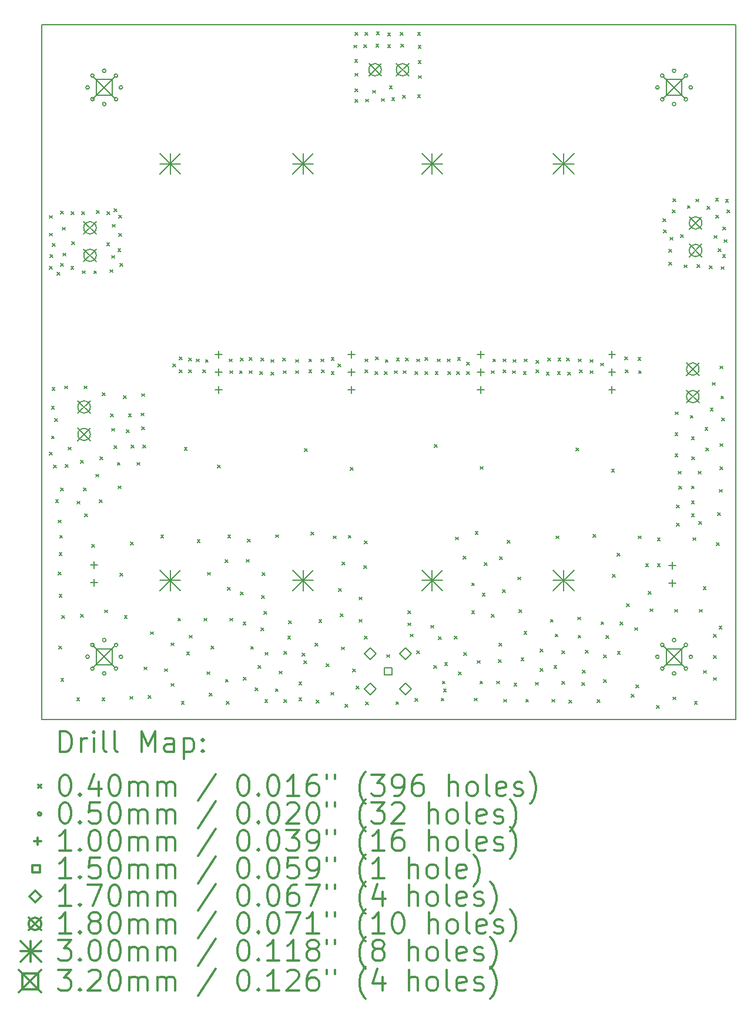
<source format=gbr>
%FSLAX45Y45*%
G04 Gerber Fmt 4.5, Leading zero omitted, Abs format (unit mm)*
G04 Created by KiCad (PCBNEW 4.0.2-stable) date 10/05/17 14:11:18*
%MOMM*%
G01*
G04 APERTURE LIST*
%ADD10C,0.127000*%
%ADD11C,0.150000*%
%ADD12C,0.200000*%
%ADD13C,0.300000*%
G04 APERTURE END LIST*
D10*
D11*
X7850000Y-14550000D02*
X7850000Y-4550000D01*
X17850000Y-14550000D02*
X7850000Y-14550000D01*
X17850000Y-4550000D02*
X17850000Y-14550000D01*
X7850000Y-4550000D02*
X17850000Y-4550000D01*
D12*
X7959000Y-7548000D02*
X7999000Y-7588000D01*
X7999000Y-7548000D02*
X7959000Y-7588000D01*
X7960000Y-10700000D02*
X8000000Y-10740000D01*
X8000000Y-10700000D02*
X7960000Y-10740000D01*
X7961000Y-7294000D02*
X8001000Y-7334000D01*
X8001000Y-7294000D02*
X7961000Y-7334000D01*
X7964000Y-8027000D02*
X8004000Y-8067000D01*
X8004000Y-8027000D02*
X7964000Y-8067000D01*
X7972000Y-7856000D02*
X8012000Y-7896000D01*
X8012000Y-7856000D02*
X7972000Y-7896000D01*
X7990000Y-10040000D02*
X8030000Y-10080000D01*
X8030000Y-10040000D02*
X7990000Y-10080000D01*
X7990000Y-10470000D02*
X8030000Y-10510000D01*
X8030000Y-10470000D02*
X7990000Y-10510000D01*
X8000000Y-9770000D02*
X8040000Y-9810000D01*
X8040000Y-9770000D02*
X8000000Y-9810000D01*
X8003000Y-7696000D02*
X8043000Y-7736000D01*
X8043000Y-7696000D02*
X8003000Y-7736000D01*
X8020000Y-10890000D02*
X8060000Y-10930000D01*
X8060000Y-10890000D02*
X8020000Y-10930000D01*
X8040000Y-10220000D02*
X8080000Y-10260000D01*
X8080000Y-10220000D02*
X8040000Y-10260000D01*
X8050000Y-11390000D02*
X8090000Y-11430000D01*
X8090000Y-11390000D02*
X8050000Y-11430000D01*
X8071000Y-8114000D02*
X8111000Y-8154000D01*
X8111000Y-8114000D02*
X8071000Y-8154000D01*
X8090000Y-11680000D02*
X8130000Y-11720000D01*
X8130000Y-11680000D02*
X8090000Y-11720000D01*
X8090000Y-12430000D02*
X8130000Y-12470000D01*
X8130000Y-12430000D02*
X8090000Y-12470000D01*
X8095000Y-13495000D02*
X8135000Y-13535000D01*
X8135000Y-13495000D02*
X8095000Y-13535000D01*
X8100000Y-12150000D02*
X8140000Y-12190000D01*
X8140000Y-12150000D02*
X8100000Y-12190000D01*
X8100000Y-12750000D02*
X8140000Y-12790000D01*
X8140000Y-12750000D02*
X8100000Y-12790000D01*
X8110000Y-11900000D02*
X8150000Y-11940000D01*
X8150000Y-11900000D02*
X8110000Y-11940000D01*
X8120000Y-11220000D02*
X8160000Y-11260000D01*
X8160000Y-11220000D02*
X8120000Y-11260000D01*
X8122000Y-7982000D02*
X8162000Y-8022000D01*
X8162000Y-7982000D02*
X8122000Y-8022000D01*
X8124000Y-7234000D02*
X8164000Y-7274000D01*
X8164000Y-7234000D02*
X8124000Y-7274000D01*
X8125000Y-13965000D02*
X8165000Y-14005000D01*
X8165000Y-13965000D02*
X8125000Y-14005000D01*
X8140000Y-13055000D02*
X8180000Y-13095000D01*
X8180000Y-13055000D02*
X8140000Y-13095000D01*
X8150000Y-7464000D02*
X8190000Y-7504000D01*
X8190000Y-7464000D02*
X8150000Y-7504000D01*
X8155000Y-7837000D02*
X8195000Y-7877000D01*
X8195000Y-7837000D02*
X8155000Y-7877000D01*
X8180000Y-9750000D02*
X8220000Y-9790000D01*
X8220000Y-9750000D02*
X8180000Y-9790000D01*
X8190000Y-10880000D02*
X8230000Y-10920000D01*
X8230000Y-10880000D02*
X8190000Y-10920000D01*
X8230000Y-10630000D02*
X8270000Y-10670000D01*
X8270000Y-10630000D02*
X8230000Y-10670000D01*
X8271000Y-8027000D02*
X8311000Y-8067000D01*
X8311000Y-8027000D02*
X8271000Y-8067000D01*
X8274000Y-7240000D02*
X8314000Y-7280000D01*
X8314000Y-7240000D02*
X8274000Y-7280000D01*
X8284000Y-7670000D02*
X8324000Y-7710000D01*
X8324000Y-7670000D02*
X8284000Y-7710000D01*
X8355000Y-14240000D02*
X8395000Y-14280000D01*
X8395000Y-14240000D02*
X8355000Y-14280000D01*
X8360000Y-11410000D02*
X8400000Y-11450000D01*
X8400000Y-11410000D02*
X8360000Y-11450000D01*
X8410000Y-10820000D02*
X8450000Y-10860000D01*
X8450000Y-10820000D02*
X8410000Y-10860000D01*
X8410000Y-13040000D02*
X8450000Y-13080000D01*
X8450000Y-13040000D02*
X8410000Y-13080000D01*
X8426000Y-7240000D02*
X8466000Y-7280000D01*
X8466000Y-7240000D02*
X8426000Y-7280000D01*
X8433000Y-8092000D02*
X8473000Y-8132000D01*
X8473000Y-8092000D02*
X8433000Y-8132000D01*
X8450000Y-11220000D02*
X8490000Y-11260000D01*
X8490000Y-11220000D02*
X8450000Y-11260000D01*
X8460000Y-9750000D02*
X8500000Y-9790000D01*
X8500000Y-9750000D02*
X8460000Y-9790000D01*
X8470000Y-11590000D02*
X8510000Y-11630000D01*
X8510000Y-11590000D02*
X8470000Y-11630000D01*
X8570000Y-12030000D02*
X8610000Y-12070000D01*
X8610000Y-12030000D02*
X8570000Y-12070000D01*
X8600000Y-8092000D02*
X8640000Y-8132000D01*
X8640000Y-8092000D02*
X8600000Y-8132000D01*
X8630000Y-11020000D02*
X8670000Y-11060000D01*
X8670000Y-11020000D02*
X8630000Y-11060000D01*
X8639000Y-7221000D02*
X8679000Y-7261000D01*
X8679000Y-7221000D02*
X8639000Y-7261000D01*
X8680000Y-11390000D02*
X8720000Y-11430000D01*
X8720000Y-11390000D02*
X8680000Y-11430000D01*
X8690000Y-10770000D02*
X8730000Y-10810000D01*
X8730000Y-10770000D02*
X8690000Y-10810000D01*
X8718000Y-14240000D02*
X8758000Y-14280000D01*
X8758000Y-14240000D02*
X8718000Y-14280000D01*
X8720000Y-9850000D02*
X8760000Y-9890000D01*
X8760000Y-9850000D02*
X8720000Y-9890000D01*
X8755000Y-12975000D02*
X8795000Y-13015000D01*
X8795000Y-12975000D02*
X8755000Y-13015000D01*
X8787000Y-7687000D02*
X8827000Y-7727000D01*
X8827000Y-7687000D02*
X8787000Y-7727000D01*
X8791000Y-7242000D02*
X8831000Y-7282000D01*
X8831000Y-7242000D02*
X8791000Y-7282000D01*
X8831000Y-8075000D02*
X8871000Y-8115000D01*
X8871000Y-8075000D02*
X8831000Y-8115000D01*
X8840000Y-10150000D02*
X8880000Y-10190000D01*
X8880000Y-10150000D02*
X8840000Y-10190000D01*
X8860000Y-7870000D02*
X8900000Y-7910000D01*
X8900000Y-7870000D02*
X8860000Y-7910000D01*
X8860000Y-10360000D02*
X8900000Y-10400000D01*
X8900000Y-10360000D02*
X8860000Y-10400000D01*
X8866000Y-7423000D02*
X8906000Y-7463000D01*
X8906000Y-7423000D02*
X8866000Y-7463000D01*
X8890000Y-7198000D02*
X8930000Y-7238000D01*
X8930000Y-7198000D02*
X8890000Y-7238000D01*
X8890000Y-10610000D02*
X8930000Y-10650000D01*
X8930000Y-10610000D02*
X8890000Y-10650000D01*
X8940000Y-10850000D02*
X8980000Y-10890000D01*
X8980000Y-10850000D02*
X8940000Y-10890000D01*
X8947000Y-7771000D02*
X8987000Y-7811000D01*
X8987000Y-7771000D02*
X8947000Y-7811000D01*
X8950000Y-11190000D02*
X8990000Y-11230000D01*
X8990000Y-11190000D02*
X8950000Y-11230000D01*
X8959000Y-7293000D02*
X8999000Y-7333000D01*
X8999000Y-7293000D02*
X8959000Y-7333000D01*
X8963000Y-7553000D02*
X9003000Y-7593000D01*
X9003000Y-7553000D02*
X8963000Y-7593000D01*
X8974000Y-7984000D02*
X9014000Y-8024000D01*
X9014000Y-7984000D02*
X8974000Y-8024000D01*
X8975000Y-12445000D02*
X9015000Y-12485000D01*
X9015000Y-12445000D02*
X8975000Y-12485000D01*
X9030000Y-9890000D02*
X9070000Y-9930000D01*
X9070000Y-9890000D02*
X9030000Y-9930000D01*
X9040000Y-13055000D02*
X9080000Y-13095000D01*
X9080000Y-13055000D02*
X9040000Y-13095000D01*
X9070000Y-10380000D02*
X9110000Y-10420000D01*
X9110000Y-10380000D02*
X9070000Y-10420000D01*
X9100000Y-10150000D02*
X9140000Y-10190000D01*
X9140000Y-10150000D02*
X9100000Y-10190000D01*
X9120000Y-14220000D02*
X9160000Y-14260000D01*
X9160000Y-14220000D02*
X9120000Y-14260000D01*
X9130000Y-12000000D02*
X9170000Y-12040000D01*
X9170000Y-12000000D02*
X9130000Y-12040000D01*
X9140000Y-10600000D02*
X9180000Y-10640000D01*
X9180000Y-10600000D02*
X9140000Y-10640000D01*
X9220000Y-10850000D02*
X9260000Y-10890000D01*
X9260000Y-10850000D02*
X9220000Y-10890000D01*
X9280000Y-10140000D02*
X9320000Y-10180000D01*
X9320000Y-10140000D02*
X9280000Y-10180000D01*
X9290000Y-9860000D02*
X9330000Y-9900000D01*
X9330000Y-9860000D02*
X9290000Y-9900000D01*
X9290000Y-10340000D02*
X9330000Y-10380000D01*
X9330000Y-10340000D02*
X9290000Y-10380000D01*
X9310000Y-10600000D02*
X9350000Y-10640000D01*
X9350000Y-10600000D02*
X9310000Y-10640000D01*
X9327000Y-13798000D02*
X9367000Y-13838000D01*
X9367000Y-13798000D02*
X9327000Y-13838000D01*
X9385000Y-14205000D02*
X9425000Y-14245000D01*
X9425000Y-14205000D02*
X9385000Y-14245000D01*
X9420000Y-13290000D02*
X9460000Y-13330000D01*
X9460000Y-13290000D02*
X9420000Y-13330000D01*
X9565000Y-11895000D02*
X9605000Y-11935000D01*
X9605000Y-11895000D02*
X9565000Y-11935000D01*
X9619000Y-13823000D02*
X9659000Y-13863000D01*
X9659000Y-13823000D02*
X9619000Y-13863000D01*
X9715000Y-13450000D02*
X9755000Y-13490000D01*
X9755000Y-13450000D02*
X9715000Y-13490000D01*
X9715000Y-14035000D02*
X9755000Y-14075000D01*
X9755000Y-14035000D02*
X9715000Y-14075000D01*
X9740000Y-9430000D02*
X9780000Y-9470000D01*
X9780000Y-9430000D02*
X9740000Y-9470000D01*
X9810000Y-13095000D02*
X9850000Y-13135000D01*
X9850000Y-13095000D02*
X9810000Y-13135000D01*
X9830000Y-9330000D02*
X9870000Y-9370000D01*
X9870000Y-9330000D02*
X9830000Y-9370000D01*
X9830000Y-9520000D02*
X9870000Y-9560000D01*
X9870000Y-9520000D02*
X9830000Y-9560000D01*
X9861000Y-14293000D02*
X9901000Y-14333000D01*
X9901000Y-14293000D02*
X9861000Y-14333000D01*
X9905000Y-10635000D02*
X9945000Y-10675000D01*
X9945000Y-10635000D02*
X9905000Y-10675000D01*
X9937000Y-13582000D02*
X9977000Y-13622000D01*
X9977000Y-13582000D02*
X9937000Y-13622000D01*
X9970000Y-9350000D02*
X10010000Y-9390000D01*
X10010000Y-9350000D02*
X9970000Y-9390000D01*
X9970000Y-9520000D02*
X10010000Y-9560000D01*
X10010000Y-9520000D02*
X9970000Y-9560000D01*
X9975000Y-13340000D02*
X10015000Y-13380000D01*
X10015000Y-13340000D02*
X9975000Y-13380000D01*
X10080000Y-9360000D02*
X10120000Y-9400000D01*
X10120000Y-9360000D02*
X10080000Y-9400000D01*
X10090000Y-11965000D02*
X10130000Y-12005000D01*
X10130000Y-11965000D02*
X10090000Y-12005000D01*
X10170000Y-9520000D02*
X10210000Y-9560000D01*
X10210000Y-9520000D02*
X10170000Y-9560000D01*
X10185000Y-13095000D02*
X10225000Y-13135000D01*
X10225000Y-13095000D02*
X10185000Y-13135000D01*
X10210000Y-9370000D02*
X10250000Y-9410000D01*
X10250000Y-9370000D02*
X10210000Y-9410000D01*
X10230000Y-13865000D02*
X10270000Y-13905000D01*
X10270000Y-13865000D02*
X10230000Y-13905000D01*
X10240000Y-12435000D02*
X10280000Y-12475000D01*
X10280000Y-12435000D02*
X10240000Y-12475000D01*
X10265000Y-14175000D02*
X10305000Y-14215000D01*
X10305000Y-14175000D02*
X10265000Y-14215000D01*
X10290000Y-13495000D02*
X10330000Y-13535000D01*
X10330000Y-13495000D02*
X10290000Y-13535000D01*
X10380000Y-10890000D02*
X10420000Y-10930000D01*
X10420000Y-10890000D02*
X10380000Y-10930000D01*
X10495000Y-12250000D02*
X10535000Y-12290000D01*
X10535000Y-12250000D02*
X10495000Y-12290000D01*
X10496000Y-13975000D02*
X10536000Y-14015000D01*
X10536000Y-13975000D02*
X10496000Y-14015000D01*
X10508000Y-14293000D02*
X10548000Y-14333000D01*
X10548000Y-14293000D02*
X10508000Y-14333000D01*
X10525000Y-12650000D02*
X10565000Y-12690000D01*
X10565000Y-12650000D02*
X10525000Y-12690000D01*
X10530000Y-11895000D02*
X10570000Y-11935000D01*
X10570000Y-11895000D02*
X10530000Y-11935000D01*
X10550000Y-9360000D02*
X10590000Y-9400000D01*
X10590000Y-9360000D02*
X10550000Y-9400000D01*
X10560000Y-9530000D02*
X10600000Y-9570000D01*
X10600000Y-9530000D02*
X10560000Y-9570000D01*
X10560000Y-13095000D02*
X10600000Y-13135000D01*
X10600000Y-13095000D02*
X10560000Y-13135000D01*
X10700000Y-9530000D02*
X10740000Y-9570000D01*
X10740000Y-9530000D02*
X10700000Y-9570000D01*
X10710000Y-9350000D02*
X10750000Y-9390000D01*
X10750000Y-9350000D02*
X10710000Y-9390000D01*
X10712000Y-12718000D02*
X10752000Y-12758000D01*
X10752000Y-12718000D02*
X10712000Y-12758000D01*
X10750000Y-13150000D02*
X10790000Y-13190000D01*
X10790000Y-13150000D02*
X10750000Y-13190000D01*
X10755000Y-13945000D02*
X10795000Y-13985000D01*
X10795000Y-13945000D02*
X10755000Y-13985000D01*
X10800000Y-12248000D02*
X10840000Y-12288000D01*
X10840000Y-12248000D02*
X10800000Y-12288000D01*
X10813000Y-11956000D02*
X10853000Y-11996000D01*
X10853000Y-11956000D02*
X10813000Y-11996000D01*
X10840000Y-9340000D02*
X10880000Y-9380000D01*
X10880000Y-9340000D02*
X10840000Y-9380000D01*
X10840000Y-9530000D02*
X10880000Y-9570000D01*
X10880000Y-9530000D02*
X10840000Y-9570000D01*
X10860000Y-13500000D02*
X10900000Y-13540000D01*
X10900000Y-13500000D02*
X10860000Y-13540000D01*
X10922000Y-14096000D02*
X10962000Y-14136000D01*
X10962000Y-14096000D02*
X10922000Y-14136000D01*
X10964000Y-13776000D02*
X11004000Y-13816000D01*
X11004000Y-13776000D02*
X10964000Y-13816000D01*
X10990000Y-9540000D02*
X11030000Y-9580000D01*
X11030000Y-9540000D02*
X10990000Y-9580000D01*
X11010000Y-9350000D02*
X11050000Y-9390000D01*
X11050000Y-9350000D02*
X11010000Y-9390000D01*
X11010000Y-13235000D02*
X11050000Y-13275000D01*
X11050000Y-13235000D02*
X11010000Y-13275000D01*
X11016000Y-12769000D02*
X11056000Y-12809000D01*
X11056000Y-12769000D02*
X11016000Y-12809000D01*
X11029000Y-12439000D02*
X11069000Y-12479000D01*
X11069000Y-12439000D02*
X11029000Y-12479000D01*
X11052000Y-12999000D02*
X11092000Y-13039000D01*
X11092000Y-12999000D02*
X11052000Y-13039000D01*
X11065000Y-14265000D02*
X11105000Y-14305000D01*
X11105000Y-14265000D02*
X11065000Y-14305000D01*
X11071000Y-13586000D02*
X11111000Y-13626000D01*
X11111000Y-13586000D02*
X11071000Y-13626000D01*
X11150000Y-9370000D02*
X11190000Y-9410000D01*
X11190000Y-9370000D02*
X11150000Y-9410000D01*
X11150000Y-9550000D02*
X11190000Y-9590000D01*
X11190000Y-9550000D02*
X11150000Y-9590000D01*
X11216000Y-14111000D02*
X11256000Y-14151000D01*
X11256000Y-14111000D02*
X11216000Y-14151000D01*
X11220000Y-11893000D02*
X11260000Y-11933000D01*
X11260000Y-11893000D02*
X11220000Y-11933000D01*
X11273000Y-13856000D02*
X11313000Y-13896000D01*
X11313000Y-13856000D02*
X11273000Y-13896000D01*
X11320000Y-9350000D02*
X11360000Y-9390000D01*
X11360000Y-9350000D02*
X11320000Y-9390000D01*
X11330000Y-9530000D02*
X11370000Y-9570000D01*
X11370000Y-9530000D02*
X11330000Y-9570000D01*
X11341000Y-13570000D02*
X11381000Y-13610000D01*
X11381000Y-13570000D02*
X11341000Y-13610000D01*
X11341000Y-14265000D02*
X11381000Y-14305000D01*
X11381000Y-14265000D02*
X11341000Y-14305000D01*
X11395000Y-13353000D02*
X11435000Y-13393000D01*
X11435000Y-13353000D02*
X11395000Y-13393000D01*
X11410000Y-13132000D02*
X11450000Y-13172000D01*
X11450000Y-13132000D02*
X11410000Y-13172000D01*
X11510000Y-9370000D02*
X11550000Y-9410000D01*
X11550000Y-9370000D02*
X11510000Y-9410000D01*
X11510000Y-9530000D02*
X11550000Y-9570000D01*
X11550000Y-9530000D02*
X11510000Y-9570000D01*
X11555000Y-14012000D02*
X11595000Y-14052000D01*
X11595000Y-14012000D02*
X11555000Y-14052000D01*
X11555000Y-14240000D02*
X11595000Y-14280000D01*
X11595000Y-14240000D02*
X11555000Y-14280000D01*
X11604000Y-13597000D02*
X11644000Y-13637000D01*
X11644000Y-13597000D02*
X11604000Y-13637000D01*
X11630000Y-13710000D02*
X11670000Y-13750000D01*
X11670000Y-13710000D02*
X11630000Y-13750000D01*
X11635000Y-10650000D02*
X11675000Y-10690000D01*
X11675000Y-10650000D02*
X11635000Y-10690000D01*
X11700000Y-9360000D02*
X11740000Y-9400000D01*
X11740000Y-9360000D02*
X11700000Y-9400000D01*
X11700000Y-9520000D02*
X11740000Y-9560000D01*
X11740000Y-9520000D02*
X11700000Y-9560000D01*
X11728000Y-11855000D02*
X11768000Y-11895000D01*
X11768000Y-11855000D02*
X11728000Y-11895000D01*
X11791000Y-13452000D02*
X11831000Y-13492000D01*
X11831000Y-13452000D02*
X11791000Y-13492000D01*
X11802000Y-14275000D02*
X11842000Y-14315000D01*
X11842000Y-14275000D02*
X11802000Y-14315000D01*
X11844000Y-13117000D02*
X11884000Y-13157000D01*
X11884000Y-13117000D02*
X11844000Y-13157000D01*
X11870000Y-9360000D02*
X11910000Y-9400000D01*
X11910000Y-9360000D02*
X11870000Y-9400000D01*
X11880000Y-9520000D02*
X11920000Y-9560000D01*
X11920000Y-9520000D02*
X11880000Y-9560000D01*
X11951000Y-13753000D02*
X11991000Y-13793000D01*
X11991000Y-13753000D02*
X11951000Y-13793000D01*
X12016000Y-14161000D02*
X12056000Y-14201000D01*
X12056000Y-14161000D02*
X12016000Y-14201000D01*
X12020000Y-9340000D02*
X12060000Y-9380000D01*
X12060000Y-9340000D02*
X12020000Y-9380000D01*
X12020000Y-9540000D02*
X12060000Y-9580000D01*
X12060000Y-9540000D02*
X12020000Y-9580000D01*
X12053000Y-11910000D02*
X12093000Y-11950000D01*
X12093000Y-11910000D02*
X12053000Y-11950000D01*
X12120000Y-9430000D02*
X12160000Y-9470000D01*
X12160000Y-9430000D02*
X12120000Y-9470000D01*
X12124000Y-12666000D02*
X12164000Y-12706000D01*
X12164000Y-12666000D02*
X12124000Y-12706000D01*
X12153000Y-13033000D02*
X12193000Y-13073000D01*
X12193000Y-13033000D02*
X12153000Y-13073000D01*
X12168000Y-13509000D02*
X12208000Y-13549000D01*
X12208000Y-13509000D02*
X12168000Y-13549000D01*
X12177000Y-12284000D02*
X12217000Y-12324000D01*
X12217000Y-12284000D02*
X12177000Y-12324000D01*
X12222000Y-14332000D02*
X12262000Y-14372000D01*
X12262000Y-14332000D02*
X12222000Y-14372000D01*
X12266000Y-11901000D02*
X12306000Y-11941000D01*
X12306000Y-11901000D02*
X12266000Y-11941000D01*
X12295000Y-10925000D02*
X12335000Y-10965000D01*
X12335000Y-10925000D02*
X12295000Y-10965000D01*
X12328000Y-13826000D02*
X12368000Y-13866000D01*
X12368000Y-13826000D02*
X12328000Y-13866000D01*
X12349000Y-4839000D02*
X12389000Y-4879000D01*
X12389000Y-4839000D02*
X12349000Y-4879000D01*
X12359000Y-5047000D02*
X12399000Y-5087000D01*
X12399000Y-5047000D02*
X12359000Y-5087000D01*
X12361000Y-4656000D02*
X12401000Y-4696000D01*
X12401000Y-4656000D02*
X12361000Y-4696000D01*
X12363000Y-5245000D02*
X12403000Y-5285000D01*
X12403000Y-5245000D02*
X12363000Y-5285000D01*
X12363000Y-5470000D02*
X12403000Y-5510000D01*
X12403000Y-5470000D02*
X12363000Y-5510000D01*
X12366000Y-5623000D02*
X12406000Y-5663000D01*
X12406000Y-5623000D02*
X12366000Y-5663000D01*
X12382000Y-14073000D02*
X12422000Y-14113000D01*
X12422000Y-14073000D02*
X12382000Y-14113000D01*
X12426000Y-12790000D02*
X12466000Y-12830000D01*
X12466000Y-12790000D02*
X12426000Y-12830000D01*
X12426000Y-13111000D02*
X12466000Y-13151000D01*
X12466000Y-13111000D02*
X12426000Y-13151000D01*
X12488000Y-12337000D02*
X12528000Y-12377000D01*
X12528000Y-12337000D02*
X12488000Y-12377000D01*
X12493000Y-4834000D02*
X12533000Y-4874000D01*
X12533000Y-4834000D02*
X12493000Y-4874000D01*
X12497000Y-11982000D02*
X12537000Y-12022000D01*
X12537000Y-11982000D02*
X12497000Y-12022000D01*
X12497000Y-13351000D02*
X12537000Y-13391000D01*
X12537000Y-13351000D02*
X12497000Y-13391000D01*
X12507000Y-4660000D02*
X12547000Y-4700000D01*
X12547000Y-4660000D02*
X12507000Y-4700000D01*
X12510000Y-9360000D02*
X12550000Y-9400000D01*
X12550000Y-9360000D02*
X12510000Y-9400000D01*
X12510000Y-9520000D02*
X12550000Y-9560000D01*
X12550000Y-9520000D02*
X12510000Y-9560000D01*
X12519000Y-5619000D02*
X12559000Y-5659000D01*
X12559000Y-5619000D02*
X12519000Y-5659000D01*
X12519000Y-14302000D02*
X12559000Y-14342000D01*
X12559000Y-14302000D02*
X12519000Y-14342000D01*
X12618000Y-5492000D02*
X12658000Y-5532000D01*
X12658000Y-5492000D02*
X12618000Y-5532000D01*
X12650000Y-9540000D02*
X12690000Y-9580000D01*
X12690000Y-9540000D02*
X12650000Y-9580000D01*
X12660000Y-9330000D02*
X12700000Y-9370000D01*
X12700000Y-9330000D02*
X12660000Y-9370000D01*
X12664000Y-4830000D02*
X12704000Y-4870000D01*
X12704000Y-4830000D02*
X12664000Y-4870000D01*
X12672000Y-4650000D02*
X12712000Y-4690000D01*
X12712000Y-4650000D02*
X12672000Y-4690000D01*
X12742000Y-5609000D02*
X12782000Y-5649000D01*
X12782000Y-5609000D02*
X12742000Y-5649000D01*
X12790000Y-9540000D02*
X12830000Y-9580000D01*
X12830000Y-9540000D02*
X12790000Y-9580000D01*
X12800000Y-9370000D02*
X12840000Y-9410000D01*
X12840000Y-9370000D02*
X12800000Y-9410000D01*
X12820000Y-13620000D02*
X12860000Y-13660000D01*
X12860000Y-13620000D02*
X12820000Y-13660000D01*
X12834000Y-4668000D02*
X12874000Y-4708000D01*
X12874000Y-4668000D02*
X12834000Y-4708000D01*
X12834000Y-4834000D02*
X12874000Y-4874000D01*
X12874000Y-4834000D02*
X12834000Y-4874000D01*
X12858000Y-5426000D02*
X12898000Y-5466000D01*
X12898000Y-5426000D02*
X12858000Y-5466000D01*
X12892000Y-5596000D02*
X12932000Y-5636000D01*
X12932000Y-5596000D02*
X12892000Y-5636000D01*
X12930000Y-9530000D02*
X12970000Y-9570000D01*
X12970000Y-9530000D02*
X12930000Y-9570000D01*
X12953000Y-14296000D02*
X12993000Y-14336000D01*
X12993000Y-14296000D02*
X12953000Y-14336000D01*
X12960000Y-9350000D02*
X13000000Y-9390000D01*
X13000000Y-9350000D02*
X12960000Y-9390000D01*
X13017000Y-4660000D02*
X13057000Y-4700000D01*
X13057000Y-4660000D02*
X13017000Y-4700000D01*
X13023000Y-4830000D02*
X13063000Y-4870000D01*
X13063000Y-4830000D02*
X13023000Y-4870000D01*
X13048000Y-5565000D02*
X13088000Y-5605000D01*
X13088000Y-5565000D02*
X13048000Y-5605000D01*
X13060000Y-9530000D02*
X13100000Y-9570000D01*
X13100000Y-9530000D02*
X13060000Y-9570000D01*
X13090000Y-9350000D02*
X13130000Y-9390000D01*
X13130000Y-9350000D02*
X13090000Y-9390000D01*
X13123000Y-13162000D02*
X13163000Y-13202000D01*
X13163000Y-13162000D02*
X13123000Y-13202000D01*
X13128000Y-12986000D02*
X13168000Y-13026000D01*
X13168000Y-12986000D02*
X13128000Y-13026000D01*
X13157000Y-13324000D02*
X13197000Y-13364000D01*
X13197000Y-13324000D02*
X13157000Y-13364000D01*
X13226000Y-14249000D02*
X13266000Y-14289000D01*
X13266000Y-14249000D02*
X13226000Y-14289000D01*
X13230000Y-9540000D02*
X13270000Y-9580000D01*
X13270000Y-9540000D02*
X13230000Y-9580000D01*
X13250000Y-9360000D02*
X13290000Y-9400000D01*
X13290000Y-9360000D02*
X13250000Y-9400000D01*
X13253000Y-13564000D02*
X13293000Y-13604000D01*
X13293000Y-13564000D02*
X13253000Y-13604000D01*
X13265000Y-4659000D02*
X13305000Y-4699000D01*
X13305000Y-4659000D02*
X13265000Y-4699000D01*
X13265000Y-5558000D02*
X13305000Y-5598000D01*
X13305000Y-5558000D02*
X13265000Y-5598000D01*
X13273000Y-4842000D02*
X13313000Y-4882000D01*
X13313000Y-4842000D02*
X13273000Y-4882000D01*
X13273000Y-5066000D02*
X13313000Y-5106000D01*
X13313000Y-5066000D02*
X13273000Y-5106000D01*
X13281000Y-5280000D02*
X13321000Y-5320000D01*
X13321000Y-5280000D02*
X13281000Y-5320000D01*
X13370000Y-9340000D02*
X13410000Y-9380000D01*
X13410000Y-9340000D02*
X13370000Y-9380000D01*
X13370000Y-9540000D02*
X13410000Y-9580000D01*
X13410000Y-9540000D02*
X13370000Y-9580000D01*
X13458000Y-13196000D02*
X13498000Y-13236000D01*
X13498000Y-13196000D02*
X13458000Y-13236000D01*
X13497000Y-13777000D02*
X13537000Y-13817000D01*
X13537000Y-13777000D02*
X13497000Y-13817000D01*
X13505000Y-10595000D02*
X13545000Y-10635000D01*
X13545000Y-10595000D02*
X13505000Y-10635000D01*
X13520000Y-9540000D02*
X13560000Y-9580000D01*
X13560000Y-9540000D02*
X13520000Y-9580000D01*
X13550000Y-9360000D02*
X13590000Y-9400000D01*
X13590000Y-9360000D02*
X13550000Y-9400000D01*
X13564000Y-13363000D02*
X13604000Y-13403000D01*
X13604000Y-13363000D02*
X13564000Y-13403000D01*
X13605000Y-14245000D02*
X13645000Y-14285000D01*
X13645000Y-14245000D02*
X13605000Y-14285000D01*
X13620000Y-14000000D02*
X13660000Y-14040000D01*
X13660000Y-14000000D02*
X13620000Y-14040000D01*
X13637000Y-14112000D02*
X13677000Y-14152000D01*
X13677000Y-14112000D02*
X13637000Y-14152000D01*
X13654000Y-13732000D02*
X13694000Y-13772000D01*
X13694000Y-13732000D02*
X13654000Y-13772000D01*
X13690000Y-9360000D02*
X13730000Y-9400000D01*
X13730000Y-9360000D02*
X13690000Y-9400000D01*
X13700000Y-9540000D02*
X13740000Y-9580000D01*
X13740000Y-9540000D02*
X13700000Y-9580000D01*
X13795000Y-13351000D02*
X13835000Y-13391000D01*
X13835000Y-13351000D02*
X13795000Y-13391000D01*
X13810000Y-11927000D02*
X13850000Y-11967000D01*
X13850000Y-11927000D02*
X13810000Y-11967000D01*
X13830000Y-9540000D02*
X13870000Y-9580000D01*
X13870000Y-9540000D02*
X13830000Y-9580000D01*
X13840000Y-9340000D02*
X13880000Y-9380000D01*
X13880000Y-9340000D02*
X13840000Y-9380000D01*
X13855000Y-13872000D02*
X13895000Y-13912000D01*
X13895000Y-13872000D02*
X13855000Y-13912000D01*
X13922000Y-12201000D02*
X13962000Y-12241000D01*
X13962000Y-12201000D02*
X13922000Y-12241000D01*
X13928000Y-13587000D02*
X13968000Y-13627000D01*
X13968000Y-13587000D02*
X13928000Y-13627000D01*
X13970000Y-9410000D02*
X14010000Y-9450000D01*
X14010000Y-9410000D02*
X13970000Y-9450000D01*
X13970000Y-9540000D02*
X14010000Y-9580000D01*
X14010000Y-9540000D02*
X13970000Y-9580000D01*
X14045000Y-12587000D02*
X14085000Y-12627000D01*
X14085000Y-12587000D02*
X14045000Y-12627000D01*
X14045000Y-12989000D02*
X14085000Y-13029000D01*
X14085000Y-12989000D02*
X14045000Y-13029000D01*
X14085000Y-14245000D02*
X14125000Y-14285000D01*
X14125000Y-14245000D02*
X14085000Y-14285000D01*
X14095000Y-11843000D02*
X14135000Y-11883000D01*
X14135000Y-11843000D02*
X14095000Y-11883000D01*
X14123000Y-13704000D02*
X14163000Y-13744000D01*
X14163000Y-13704000D02*
X14123000Y-13744000D01*
X14162000Y-14000000D02*
X14202000Y-14040000D01*
X14202000Y-14000000D02*
X14162000Y-14040000D01*
X14170000Y-10910000D02*
X14210000Y-10950000D01*
X14210000Y-10910000D02*
X14170000Y-10950000D01*
X14196000Y-12737000D02*
X14236000Y-12777000D01*
X14236000Y-12737000D02*
X14196000Y-12777000D01*
X14229000Y-12296000D02*
X14269000Y-12336000D01*
X14269000Y-12296000D02*
X14229000Y-12336000D01*
X14330000Y-9530000D02*
X14370000Y-9570000D01*
X14370000Y-9530000D02*
X14330000Y-9570000D01*
X14330000Y-13039000D02*
X14370000Y-13079000D01*
X14370000Y-13039000D02*
X14330000Y-13079000D01*
X14350000Y-9360000D02*
X14390000Y-9400000D01*
X14390000Y-9360000D02*
X14350000Y-9400000D01*
X14403000Y-14000000D02*
X14443000Y-14040000D01*
X14443000Y-14000000D02*
X14403000Y-14040000D01*
X14431000Y-13693000D02*
X14471000Y-13733000D01*
X14471000Y-13693000D02*
X14431000Y-13733000D01*
X14435000Y-13457000D02*
X14475000Y-13497000D01*
X14475000Y-13457000D02*
X14435000Y-13497000D01*
X14447000Y-12212000D02*
X14487000Y-12252000D01*
X14487000Y-12212000D02*
X14447000Y-12252000D01*
X14486000Y-12682000D02*
X14526000Y-12722000D01*
X14526000Y-12682000D02*
X14486000Y-12722000D01*
X14500000Y-9360000D02*
X14540000Y-9400000D01*
X14540000Y-9360000D02*
X14500000Y-9400000D01*
X14500000Y-9520000D02*
X14540000Y-9560000D01*
X14540000Y-9520000D02*
X14500000Y-9560000D01*
X14508000Y-14264000D02*
X14548000Y-14304000D01*
X14548000Y-14264000D02*
X14508000Y-14304000D01*
X14559000Y-11972000D02*
X14599000Y-12012000D01*
X14599000Y-11972000D02*
X14559000Y-12012000D01*
X14630000Y-9530000D02*
X14670000Y-9570000D01*
X14670000Y-9530000D02*
X14630000Y-9570000D01*
X14640000Y-9370000D02*
X14680000Y-9410000D01*
X14680000Y-9370000D02*
X14640000Y-9410000D01*
X14654000Y-14028000D02*
X14694000Y-14068000D01*
X14694000Y-14028000D02*
X14654000Y-14068000D01*
X14710000Y-12503000D02*
X14750000Y-12543000D01*
X14750000Y-12503000D02*
X14710000Y-12543000D01*
X14727000Y-12972000D02*
X14767000Y-13012000D01*
X14767000Y-12972000D02*
X14727000Y-13012000D01*
X14755000Y-13665000D02*
X14795000Y-13705000D01*
X14795000Y-13665000D02*
X14755000Y-13705000D01*
X14790000Y-9540000D02*
X14830000Y-9580000D01*
X14830000Y-9540000D02*
X14790000Y-9580000D01*
X14799000Y-13285000D02*
X14839000Y-13325000D01*
X14839000Y-13285000D02*
X14799000Y-13325000D01*
X14800000Y-9360000D02*
X14840000Y-9400000D01*
X14840000Y-9360000D02*
X14800000Y-9400000D01*
X14824000Y-14264000D02*
X14864000Y-14304000D01*
X14864000Y-14264000D02*
X14824000Y-14304000D01*
X14961000Y-14017000D02*
X15001000Y-14057000D01*
X15001000Y-14017000D02*
X14961000Y-14057000D01*
X14970000Y-9380000D02*
X15010000Y-9420000D01*
X15010000Y-9380000D02*
X14970000Y-9420000D01*
X14970000Y-9520000D02*
X15010000Y-9560000D01*
X15010000Y-9520000D02*
X14970000Y-9560000D01*
X15028000Y-13542000D02*
X15068000Y-13582000D01*
X15068000Y-13542000D02*
X15028000Y-13582000D01*
X15028000Y-13821000D02*
X15068000Y-13861000D01*
X15068000Y-13821000D02*
X15028000Y-13861000D01*
X15120000Y-9550000D02*
X15160000Y-9590000D01*
X15160000Y-9550000D02*
X15120000Y-9590000D01*
X15140000Y-9350000D02*
X15180000Y-9390000D01*
X15180000Y-9350000D02*
X15140000Y-9390000D01*
X15179000Y-13112000D02*
X15219000Y-13152000D01*
X15219000Y-13112000D02*
X15179000Y-13152000D01*
X15201000Y-14264000D02*
X15241000Y-14304000D01*
X15241000Y-14264000D02*
X15201000Y-14304000D01*
X15230000Y-13777000D02*
X15270000Y-13817000D01*
X15270000Y-13777000D02*
X15230000Y-13817000D01*
X15246000Y-13324000D02*
X15286000Y-13364000D01*
X15286000Y-13324000D02*
X15246000Y-13364000D01*
X15258000Y-11910000D02*
X15298000Y-11950000D01*
X15298000Y-11910000D02*
X15258000Y-11950000D01*
X15280000Y-9540000D02*
X15320000Y-9580000D01*
X15320000Y-9540000D02*
X15280000Y-9580000D01*
X15290000Y-9350000D02*
X15330000Y-9390000D01*
X15330000Y-9350000D02*
X15290000Y-9390000D01*
X15347000Y-13564000D02*
X15387000Y-13604000D01*
X15387000Y-13564000D02*
X15347000Y-13604000D01*
X15347000Y-14006000D02*
X15387000Y-14046000D01*
X15387000Y-14006000D02*
X15347000Y-14046000D01*
X15410000Y-9350000D02*
X15450000Y-9390000D01*
X15450000Y-9350000D02*
X15410000Y-9390000D01*
X15430000Y-9550000D02*
X15470000Y-9590000D01*
X15470000Y-9550000D02*
X15430000Y-9590000D01*
X15445000Y-14275000D02*
X15485000Y-14315000D01*
X15485000Y-14275000D02*
X15445000Y-14315000D01*
X15550000Y-10645000D02*
X15590000Y-10685000D01*
X15590000Y-10645000D02*
X15550000Y-10685000D01*
X15571000Y-13078000D02*
X15611000Y-13118000D01*
X15611000Y-13078000D02*
X15571000Y-13118000D01*
X15576000Y-13341000D02*
X15616000Y-13381000D01*
X15616000Y-13341000D02*
X15576000Y-13381000D01*
X15580000Y-9360000D02*
X15620000Y-9400000D01*
X15620000Y-9360000D02*
X15580000Y-9400000D01*
X15600000Y-9520000D02*
X15640000Y-9560000D01*
X15640000Y-9520000D02*
X15600000Y-9560000D01*
X15632000Y-14023000D02*
X15672000Y-14063000D01*
X15672000Y-14023000D02*
X15632000Y-14063000D01*
X15638000Y-13844000D02*
X15678000Y-13884000D01*
X15678000Y-13844000D02*
X15638000Y-13884000D01*
X15682000Y-13559000D02*
X15722000Y-13599000D01*
X15722000Y-13559000D02*
X15682000Y-13599000D01*
X15750000Y-9370000D02*
X15790000Y-9410000D01*
X15790000Y-9370000D02*
X15750000Y-9410000D01*
X15750000Y-9530000D02*
X15790000Y-9570000D01*
X15790000Y-9530000D02*
X15750000Y-9570000D01*
X15794000Y-11888000D02*
X15834000Y-11928000D01*
X15834000Y-11888000D02*
X15794000Y-11928000D01*
X15850000Y-14269000D02*
X15890000Y-14309000D01*
X15890000Y-14269000D02*
X15850000Y-14309000D01*
X15900000Y-9420000D02*
X15940000Y-9460000D01*
X15940000Y-9420000D02*
X15900000Y-9460000D01*
X15906000Y-13145000D02*
X15946000Y-13185000D01*
X15946000Y-13145000D02*
X15906000Y-13185000D01*
X15945000Y-13626000D02*
X15985000Y-13666000D01*
X15985000Y-13626000D02*
X15945000Y-13666000D01*
X15945000Y-13978000D02*
X15985000Y-14018000D01*
X15985000Y-13978000D02*
X15945000Y-14018000D01*
X15978000Y-13346000D02*
X16018000Y-13386000D01*
X16018000Y-13346000D02*
X15978000Y-13386000D01*
X16060000Y-10950000D02*
X16100000Y-10990000D01*
X16100000Y-10950000D02*
X16060000Y-10990000D01*
X16071000Y-12462000D02*
X16111000Y-12502000D01*
X16111000Y-12462000D02*
X16071000Y-12502000D01*
X16140000Y-12162000D02*
X16180000Y-12202000D01*
X16180000Y-12162000D02*
X16140000Y-12202000D01*
X16145000Y-13570000D02*
X16185000Y-13610000D01*
X16185000Y-13570000D02*
X16145000Y-13610000D01*
X16185000Y-13150000D02*
X16225000Y-13190000D01*
X16225000Y-13150000D02*
X16185000Y-13190000D01*
X16250000Y-9330000D02*
X16290000Y-9370000D01*
X16290000Y-9330000D02*
X16250000Y-9370000D01*
X16260000Y-9520000D02*
X16300000Y-9560000D01*
X16300000Y-9520000D02*
X16260000Y-9560000D01*
X16275000Y-12888000D02*
X16315000Y-12928000D01*
X16315000Y-12888000D02*
X16275000Y-12928000D01*
X16340000Y-14190000D02*
X16380000Y-14230000D01*
X16380000Y-14190000D02*
X16340000Y-14230000D01*
X16392000Y-13229000D02*
X16432000Y-13269000D01*
X16432000Y-13229000D02*
X16392000Y-13269000D01*
X16409000Y-14056000D02*
X16449000Y-14096000D01*
X16449000Y-14056000D02*
X16409000Y-14096000D01*
X16440000Y-9340000D02*
X16480000Y-9380000D01*
X16480000Y-9340000D02*
X16440000Y-9380000D01*
X16444000Y-11910000D02*
X16484000Y-11950000D01*
X16484000Y-11910000D02*
X16444000Y-11950000D01*
X16450000Y-9530000D02*
X16490000Y-9570000D01*
X16490000Y-9530000D02*
X16450000Y-9570000D01*
X16550000Y-12310000D02*
X16590000Y-12350000D01*
X16590000Y-12310000D02*
X16550000Y-12350000D01*
X16587000Y-12710000D02*
X16627000Y-12750000D01*
X16627000Y-12710000D02*
X16587000Y-12750000D01*
X16615000Y-12960000D02*
X16655000Y-13000000D01*
X16655000Y-12960000D02*
X16615000Y-13000000D01*
X16705000Y-14352000D02*
X16745000Y-14392000D01*
X16745000Y-14352000D02*
X16705000Y-14392000D01*
X16720000Y-11937000D02*
X16760000Y-11977000D01*
X16760000Y-11937000D02*
X16720000Y-11977000D01*
X16720000Y-12310000D02*
X16760000Y-12350000D01*
X16760000Y-12310000D02*
X16720000Y-12350000D01*
X16799000Y-7342000D02*
X16839000Y-7382000D01*
X16839000Y-7342000D02*
X16799000Y-7382000D01*
X16809000Y-7504000D02*
X16849000Y-7544000D01*
X16849000Y-7504000D02*
X16809000Y-7544000D01*
X16884000Y-7971000D02*
X16924000Y-8011000D01*
X16924000Y-7971000D02*
X16884000Y-8011000D01*
X16886000Y-7780000D02*
X16926000Y-7820000D01*
X16926000Y-7780000D02*
X16886000Y-7820000D01*
X16902000Y-7608000D02*
X16942000Y-7648000D01*
X16942000Y-7608000D02*
X16902000Y-7648000D01*
X16935000Y-7212000D02*
X16975000Y-7252000D01*
X16975000Y-7212000D02*
X16935000Y-7252000D01*
X16943000Y-7053000D02*
X16983000Y-7093000D01*
X16983000Y-7053000D02*
X16943000Y-7093000D01*
X16945000Y-14230000D02*
X16985000Y-14270000D01*
X16985000Y-14230000D02*
X16945000Y-14270000D01*
X16969000Y-12968000D02*
X17009000Y-13008000D01*
X17009000Y-12968000D02*
X16969000Y-13008000D01*
X16973000Y-10421000D02*
X17013000Y-10461000D01*
X17013000Y-10421000D02*
X16973000Y-10461000D01*
X16973000Y-10731000D02*
X17013000Y-10771000D01*
X17013000Y-10731000D02*
X16973000Y-10771000D01*
X16976000Y-10122000D02*
X17016000Y-10162000D01*
X17016000Y-10122000D02*
X16976000Y-10162000D01*
X16995000Y-11463000D02*
X17035000Y-11503000D01*
X17035000Y-11463000D02*
X16995000Y-11503000D01*
X16995000Y-11726000D02*
X17035000Y-11766000D01*
X17035000Y-11726000D02*
X16995000Y-11766000D01*
X17018000Y-10977000D02*
X17058000Y-11017000D01*
X17058000Y-10977000D02*
X17018000Y-11017000D01*
X17029000Y-11195000D02*
X17069000Y-11235000D01*
X17069000Y-11195000D02*
X17029000Y-11235000D01*
X17055000Y-7570000D02*
X17095000Y-7610000D01*
X17095000Y-7570000D02*
X17055000Y-7610000D01*
X17104000Y-8007000D02*
X17144000Y-8047000D01*
X17144000Y-8007000D02*
X17104000Y-8047000D01*
X17152000Y-7151000D02*
X17192000Y-7191000D01*
X17192000Y-7151000D02*
X17152000Y-7191000D01*
X17194000Y-10173000D02*
X17234000Y-10213000D01*
X17234000Y-10173000D02*
X17194000Y-10213000D01*
X17210000Y-10483000D02*
X17250000Y-10523000D01*
X17250000Y-10483000D02*
X17210000Y-10523000D01*
X17210000Y-11190000D02*
X17250000Y-11230000D01*
X17250000Y-11190000D02*
X17210000Y-11230000D01*
X17210000Y-11407000D02*
X17250000Y-11447000D01*
X17250000Y-11407000D02*
X17210000Y-11447000D01*
X17210000Y-11590000D02*
X17250000Y-11630000D01*
X17250000Y-11590000D02*
X17210000Y-11630000D01*
X17215000Y-10770000D02*
X17255000Y-10810000D01*
X17255000Y-10770000D02*
X17215000Y-10810000D01*
X17235000Y-11935000D02*
X17275000Y-11975000D01*
X17275000Y-11935000D02*
X17235000Y-11975000D01*
X17253000Y-14291000D02*
X17293000Y-14331000D01*
X17293000Y-14291000D02*
X17253000Y-14331000D01*
X17276000Y-7057000D02*
X17316000Y-7097000D01*
X17316000Y-7057000D02*
X17276000Y-7097000D01*
X17289000Y-8002000D02*
X17329000Y-8042000D01*
X17329000Y-8002000D02*
X17289000Y-8042000D01*
X17308000Y-10977000D02*
X17348000Y-11017000D01*
X17348000Y-10977000D02*
X17308000Y-11017000D01*
X17314000Y-11704000D02*
X17354000Y-11744000D01*
X17354000Y-11704000D02*
X17314000Y-11744000D01*
X17324000Y-12968000D02*
X17364000Y-13008000D01*
X17364000Y-12968000D02*
X17324000Y-13008000D01*
X17380000Y-12640000D02*
X17420000Y-12680000D01*
X17420000Y-12640000D02*
X17380000Y-12680000D01*
X17387000Y-13848000D02*
X17427000Y-13888000D01*
X17427000Y-13848000D02*
X17387000Y-13888000D01*
X17406000Y-10346000D02*
X17446000Y-10386000D01*
X17446000Y-10346000D02*
X17406000Y-10386000D01*
X17420000Y-10645000D02*
X17460000Y-10685000D01*
X17460000Y-10645000D02*
X17420000Y-10685000D01*
X17435000Y-7163000D02*
X17475000Y-7203000D01*
X17475000Y-7163000D02*
X17435000Y-7203000D01*
X17470000Y-8021000D02*
X17510000Y-8061000D01*
X17510000Y-8021000D02*
X17470000Y-8061000D01*
X17482000Y-10069000D02*
X17522000Y-10109000D01*
X17522000Y-10069000D02*
X17482000Y-10109000D01*
X17509000Y-9699000D02*
X17549000Y-9739000D01*
X17549000Y-9699000D02*
X17509000Y-9739000D01*
X17530000Y-13330000D02*
X17570000Y-13370000D01*
X17570000Y-13330000D02*
X17530000Y-13370000D01*
X17530000Y-13635000D02*
X17570000Y-13675000D01*
X17570000Y-13635000D02*
X17530000Y-13675000D01*
X17530000Y-13950000D02*
X17570000Y-13990000D01*
X17570000Y-13950000D02*
X17530000Y-13990000D01*
X17537000Y-7582000D02*
X17577000Y-7622000D01*
X17577000Y-7582000D02*
X17537000Y-7622000D01*
X17559000Y-7043000D02*
X17599000Y-7083000D01*
X17599000Y-7043000D02*
X17559000Y-7083000D01*
X17563000Y-7289000D02*
X17603000Y-7329000D01*
X17603000Y-7289000D02*
X17563000Y-7329000D01*
X17573000Y-12008000D02*
X17613000Y-12048000D01*
X17613000Y-12008000D02*
X17573000Y-12048000D01*
X17588000Y-11575000D02*
X17628000Y-11615000D01*
X17628000Y-11575000D02*
X17588000Y-11615000D01*
X17599000Y-7772000D02*
X17639000Y-7812000D01*
X17639000Y-7772000D02*
X17599000Y-7812000D01*
X17609000Y-13208000D02*
X17649000Y-13248000D01*
X17649000Y-13208000D02*
X17609000Y-13248000D01*
X17610000Y-11240000D02*
X17650000Y-11280000D01*
X17650000Y-11240000D02*
X17610000Y-11280000D01*
X17621000Y-9462000D02*
X17661000Y-9502000D01*
X17661000Y-9462000D02*
X17621000Y-9502000D01*
X17621000Y-10916000D02*
X17661000Y-10956000D01*
X17661000Y-10916000D02*
X17621000Y-10956000D01*
X17624000Y-10580000D02*
X17664000Y-10620000D01*
X17664000Y-10580000D02*
X17624000Y-10620000D01*
X17634000Y-9894000D02*
X17674000Y-9934000D01*
X17674000Y-9894000D02*
X17634000Y-9934000D01*
X17638000Y-8032000D02*
X17678000Y-8072000D01*
X17678000Y-8032000D02*
X17638000Y-8072000D01*
X17644000Y-10211000D02*
X17684000Y-10251000D01*
X17684000Y-10211000D02*
X17644000Y-10251000D01*
X17660000Y-7859000D02*
X17700000Y-7899000D01*
X17700000Y-7859000D02*
X17660000Y-7899000D01*
X17663000Y-7460000D02*
X17703000Y-7500000D01*
X17703000Y-7460000D02*
X17663000Y-7500000D01*
X17683000Y-7641000D02*
X17723000Y-7681000D01*
X17723000Y-7641000D02*
X17683000Y-7681000D01*
X17701000Y-7062000D02*
X17741000Y-7102000D01*
X17741000Y-7062000D02*
X17701000Y-7102000D01*
X17721000Y-7214000D02*
X17761000Y-7254000D01*
X17761000Y-7214000D02*
X17721000Y-7254000D01*
X8535000Y-5450000D02*
G75*
G03X8535000Y-5450000I-25000J0D01*
G01*
X8535000Y-13650000D02*
G75*
G03X8535000Y-13650000I-25000J0D01*
G01*
X8605294Y-5280294D02*
G75*
G03X8605294Y-5280294I-25000J0D01*
G01*
X8605294Y-5619706D02*
G75*
G03X8605294Y-5619706I-25000J0D01*
G01*
X8605294Y-13480294D02*
G75*
G03X8605294Y-13480294I-25000J0D01*
G01*
X8605294Y-13819706D02*
G75*
G03X8605294Y-13819706I-25000J0D01*
G01*
X8775000Y-5210000D02*
G75*
G03X8775000Y-5210000I-25000J0D01*
G01*
X8775000Y-5690000D02*
G75*
G03X8775000Y-5690000I-25000J0D01*
G01*
X8775000Y-13410000D02*
G75*
G03X8775000Y-13410000I-25000J0D01*
G01*
X8775000Y-13890000D02*
G75*
G03X8775000Y-13890000I-25000J0D01*
G01*
X8944706Y-5280294D02*
G75*
G03X8944706Y-5280294I-25000J0D01*
G01*
X8944706Y-5619706D02*
G75*
G03X8944706Y-5619706I-25000J0D01*
G01*
X8944706Y-13480294D02*
G75*
G03X8944706Y-13480294I-25000J0D01*
G01*
X8944706Y-13819706D02*
G75*
G03X8944706Y-13819706I-25000J0D01*
G01*
X9015000Y-5450000D02*
G75*
G03X9015000Y-5450000I-25000J0D01*
G01*
X9015000Y-13650000D02*
G75*
G03X9015000Y-13650000I-25000J0D01*
G01*
X16745000Y-5450000D02*
G75*
G03X16745000Y-5450000I-25000J0D01*
G01*
X16745000Y-13650000D02*
G75*
G03X16745000Y-13650000I-25000J0D01*
G01*
X16815294Y-5280294D02*
G75*
G03X16815294Y-5280294I-25000J0D01*
G01*
X16815294Y-5619706D02*
G75*
G03X16815294Y-5619706I-25000J0D01*
G01*
X16815294Y-13480294D02*
G75*
G03X16815294Y-13480294I-25000J0D01*
G01*
X16815294Y-13819706D02*
G75*
G03X16815294Y-13819706I-25000J0D01*
G01*
X16985000Y-5210000D02*
G75*
G03X16985000Y-5210000I-25000J0D01*
G01*
X16985000Y-5690000D02*
G75*
G03X16985000Y-5690000I-25000J0D01*
G01*
X16985000Y-13410000D02*
G75*
G03X16985000Y-13410000I-25000J0D01*
G01*
X16985000Y-13890000D02*
G75*
G03X16985000Y-13890000I-25000J0D01*
G01*
X17154706Y-5280294D02*
G75*
G03X17154706Y-5280294I-25000J0D01*
G01*
X17154706Y-5619706D02*
G75*
G03X17154706Y-5619706I-25000J0D01*
G01*
X17154706Y-13480294D02*
G75*
G03X17154706Y-13480294I-25000J0D01*
G01*
X17154706Y-13819706D02*
G75*
G03X17154706Y-13819706I-25000J0D01*
G01*
X17225000Y-5450000D02*
G75*
G03X17225000Y-5450000I-25000J0D01*
G01*
X17225000Y-13650000D02*
G75*
G03X17225000Y-13650000I-25000J0D01*
G01*
X8600000Y-12276000D02*
X8600000Y-12376000D01*
X8550000Y-12326000D02*
X8650000Y-12326000D01*
X8600000Y-12530000D02*
X8600000Y-12630000D01*
X8550000Y-12580000D02*
X8650000Y-12580000D01*
X10396698Y-9244476D02*
X10396698Y-9344476D01*
X10346698Y-9294476D02*
X10446698Y-9294476D01*
X10396698Y-9498476D02*
X10396698Y-9598476D01*
X10346698Y-9548476D02*
X10446698Y-9548476D01*
X10396698Y-9752476D02*
X10396698Y-9852476D01*
X10346698Y-9802476D02*
X10446698Y-9802476D01*
X12311698Y-9244476D02*
X12311698Y-9344476D01*
X12261698Y-9294476D02*
X12361698Y-9294476D01*
X12311698Y-9498476D02*
X12311698Y-9598476D01*
X12261698Y-9548476D02*
X12361698Y-9548476D01*
X12311698Y-9752476D02*
X12311698Y-9852476D01*
X12261698Y-9802476D02*
X12361698Y-9802476D01*
X14171698Y-9244476D02*
X14171698Y-9344476D01*
X14121698Y-9294476D02*
X14221698Y-9294476D01*
X14171698Y-9498476D02*
X14171698Y-9598476D01*
X14121698Y-9548476D02*
X14221698Y-9548476D01*
X14171698Y-9752476D02*
X14171698Y-9852476D01*
X14121698Y-9802476D02*
X14221698Y-9802476D01*
X16066698Y-9244476D02*
X16066698Y-9344476D01*
X16016698Y-9294476D02*
X16116698Y-9294476D01*
X16066698Y-9498476D02*
X16066698Y-9598476D01*
X16016698Y-9548476D02*
X16116698Y-9548476D01*
X16066698Y-9752476D02*
X16066698Y-9852476D01*
X16016698Y-9802476D02*
X16116698Y-9802476D01*
X16935000Y-12285000D02*
X16935000Y-12385000D01*
X16885000Y-12335000D02*
X16985000Y-12335000D01*
X16935000Y-12539000D02*
X16935000Y-12639000D01*
X16885000Y-12589000D02*
X16985000Y-12589000D01*
X12893033Y-13913033D02*
X12893033Y-13806966D01*
X12786966Y-13806966D01*
X12786966Y-13913033D01*
X12893033Y-13913033D01*
X12586000Y-13691000D02*
X12671000Y-13606000D01*
X12586000Y-13521000D01*
X12501000Y-13606000D01*
X12586000Y-13691000D01*
X12586000Y-14199000D02*
X12671000Y-14114000D01*
X12586000Y-14029000D01*
X12501000Y-14114000D01*
X12586000Y-14199000D01*
X13094000Y-13691000D02*
X13179000Y-13606000D01*
X13094000Y-13521000D01*
X13009000Y-13606000D01*
X13094000Y-13691000D01*
X13094000Y-14199000D02*
X13179000Y-14114000D01*
X13094000Y-14029000D01*
X13009000Y-14114000D01*
X13094000Y-14199000D01*
X8369957Y-9961837D02*
X8550043Y-10141923D01*
X8550043Y-9961837D02*
X8369957Y-10141923D01*
X8550043Y-10051880D02*
G75*
G03X8550043Y-10051880I-90043J0D01*
G01*
X8369957Y-10358077D02*
X8550043Y-10538163D01*
X8550043Y-10358077D02*
X8369957Y-10538163D01*
X8550043Y-10448120D02*
G75*
G03X8550043Y-10448120I-90043J0D01*
G01*
X8454957Y-7381837D02*
X8635043Y-7561923D01*
X8635043Y-7381837D02*
X8454957Y-7561923D01*
X8635043Y-7471880D02*
G75*
G03X8635043Y-7471880I-90043J0D01*
G01*
X8454957Y-7778077D02*
X8635043Y-7958163D01*
X8635043Y-7778077D02*
X8454957Y-7958163D01*
X8635043Y-7868120D02*
G75*
G03X8635043Y-7868120I-90043J0D01*
G01*
X12561837Y-5104957D02*
X12741923Y-5285043D01*
X12741923Y-5104957D02*
X12561837Y-5285043D01*
X12741923Y-5195000D02*
G75*
G03X12741923Y-5195000I-90043J0D01*
G01*
X12958077Y-5104957D02*
X13138163Y-5285043D01*
X13138163Y-5104957D02*
X12958077Y-5285043D01*
X13138163Y-5195000D02*
G75*
G03X13138163Y-5195000I-90043J0D01*
G01*
X17139957Y-9416837D02*
X17320043Y-9596923D01*
X17320043Y-9416837D02*
X17139957Y-9596923D01*
X17320043Y-9506880D02*
G75*
G03X17320043Y-9506880I-90043J0D01*
G01*
X17139957Y-9813077D02*
X17320043Y-9993163D01*
X17320043Y-9813077D02*
X17139957Y-9993163D01*
X17320043Y-9903120D02*
G75*
G03X17320043Y-9903120I-90043J0D01*
G01*
X17179957Y-7311837D02*
X17360043Y-7491923D01*
X17360043Y-7311837D02*
X17179957Y-7491923D01*
X17360043Y-7401880D02*
G75*
G03X17360043Y-7401880I-90043J0D01*
G01*
X17179957Y-7708077D02*
X17360043Y-7888163D01*
X17360043Y-7708077D02*
X17179957Y-7888163D01*
X17360043Y-7798120D02*
G75*
G03X17360043Y-7798120I-90043J0D01*
G01*
X9550000Y-6400000D02*
X9850000Y-6700000D01*
X9850000Y-6400000D02*
X9550000Y-6700000D01*
X9700000Y-6400000D02*
X9700000Y-6700000D01*
X9550000Y-6550000D02*
X9850000Y-6550000D01*
X9550000Y-12400000D02*
X9850000Y-12700000D01*
X9850000Y-12400000D02*
X9550000Y-12700000D01*
X9700000Y-12400000D02*
X9700000Y-12700000D01*
X9550000Y-12550000D02*
X9850000Y-12550000D01*
X11465000Y-6400000D02*
X11765000Y-6700000D01*
X11765000Y-6400000D02*
X11465000Y-6700000D01*
X11615000Y-6400000D02*
X11615000Y-6700000D01*
X11465000Y-6550000D02*
X11765000Y-6550000D01*
X11465000Y-12400000D02*
X11765000Y-12700000D01*
X11765000Y-12400000D02*
X11465000Y-12700000D01*
X11615000Y-12400000D02*
X11615000Y-12700000D01*
X11465000Y-12550000D02*
X11765000Y-12550000D01*
X13325000Y-6400000D02*
X13625000Y-6700000D01*
X13625000Y-6400000D02*
X13325000Y-6700000D01*
X13475000Y-6400000D02*
X13475000Y-6700000D01*
X13325000Y-6550000D02*
X13625000Y-6550000D01*
X13325000Y-12400000D02*
X13625000Y-12700000D01*
X13625000Y-12400000D02*
X13325000Y-12700000D01*
X13475000Y-12400000D02*
X13475000Y-12700000D01*
X13325000Y-12550000D02*
X13625000Y-12550000D01*
X15220000Y-6400000D02*
X15520000Y-6700000D01*
X15520000Y-6400000D02*
X15220000Y-6700000D01*
X15370000Y-6400000D02*
X15370000Y-6700000D01*
X15220000Y-6550000D02*
X15520000Y-6550000D01*
X15220000Y-12400000D02*
X15520000Y-12700000D01*
X15520000Y-12400000D02*
X15220000Y-12700000D01*
X15370000Y-12400000D02*
X15370000Y-12700000D01*
X15220000Y-12550000D02*
X15520000Y-12550000D01*
X8590000Y-5290000D02*
X8910000Y-5610000D01*
X8910000Y-5290000D02*
X8590000Y-5610000D01*
X8863138Y-5563138D02*
X8863138Y-5336862D01*
X8636862Y-5336862D01*
X8636862Y-5563138D01*
X8863138Y-5563138D01*
X8590000Y-13490000D02*
X8910000Y-13810000D01*
X8910000Y-13490000D02*
X8590000Y-13810000D01*
X8863138Y-13763138D02*
X8863138Y-13536862D01*
X8636862Y-13536862D01*
X8636862Y-13763138D01*
X8863138Y-13763138D01*
X16800000Y-5290000D02*
X17120000Y-5610000D01*
X17120000Y-5290000D02*
X16800000Y-5610000D01*
X17073138Y-5563138D02*
X17073138Y-5336862D01*
X16846862Y-5336862D01*
X16846862Y-5563138D01*
X17073138Y-5563138D01*
X16800000Y-13490000D02*
X17120000Y-13810000D01*
X17120000Y-13490000D02*
X16800000Y-13810000D01*
X17073138Y-13763138D02*
X17073138Y-13536862D01*
X16846862Y-13536862D01*
X16846862Y-13763138D01*
X17073138Y-13763138D01*
D13*
X8113928Y-15023214D02*
X8113928Y-14723214D01*
X8185357Y-14723214D01*
X8228214Y-14737500D01*
X8256786Y-14766071D01*
X8271071Y-14794643D01*
X8285357Y-14851786D01*
X8285357Y-14894643D01*
X8271071Y-14951786D01*
X8256786Y-14980357D01*
X8228214Y-15008929D01*
X8185357Y-15023214D01*
X8113928Y-15023214D01*
X8413929Y-15023214D02*
X8413929Y-14823214D01*
X8413929Y-14880357D02*
X8428214Y-14851786D01*
X8442500Y-14837500D01*
X8471071Y-14823214D01*
X8499643Y-14823214D01*
X8599643Y-15023214D02*
X8599643Y-14823214D01*
X8599643Y-14723214D02*
X8585357Y-14737500D01*
X8599643Y-14751786D01*
X8613929Y-14737500D01*
X8599643Y-14723214D01*
X8599643Y-14751786D01*
X8785357Y-15023214D02*
X8756786Y-15008929D01*
X8742500Y-14980357D01*
X8742500Y-14723214D01*
X8942500Y-15023214D02*
X8913929Y-15008929D01*
X8899643Y-14980357D01*
X8899643Y-14723214D01*
X9285357Y-15023214D02*
X9285357Y-14723214D01*
X9385357Y-14937500D01*
X9485357Y-14723214D01*
X9485357Y-15023214D01*
X9756786Y-15023214D02*
X9756786Y-14866071D01*
X9742500Y-14837500D01*
X9713929Y-14823214D01*
X9656786Y-14823214D01*
X9628214Y-14837500D01*
X9756786Y-15008929D02*
X9728214Y-15023214D01*
X9656786Y-15023214D01*
X9628214Y-15008929D01*
X9613929Y-14980357D01*
X9613929Y-14951786D01*
X9628214Y-14923214D01*
X9656786Y-14908929D01*
X9728214Y-14908929D01*
X9756786Y-14894643D01*
X9899643Y-14823214D02*
X9899643Y-15123214D01*
X9899643Y-14837500D02*
X9928214Y-14823214D01*
X9985357Y-14823214D01*
X10013929Y-14837500D01*
X10028214Y-14851786D01*
X10042500Y-14880357D01*
X10042500Y-14966071D01*
X10028214Y-14994643D01*
X10013929Y-15008929D01*
X9985357Y-15023214D01*
X9928214Y-15023214D01*
X9899643Y-15008929D01*
X10171071Y-14994643D02*
X10185357Y-15008929D01*
X10171071Y-15023214D01*
X10156786Y-15008929D01*
X10171071Y-14994643D01*
X10171071Y-15023214D01*
X10171071Y-14837500D02*
X10185357Y-14851786D01*
X10171071Y-14866071D01*
X10156786Y-14851786D01*
X10171071Y-14837500D01*
X10171071Y-14866071D01*
X7802500Y-15497500D02*
X7842500Y-15537500D01*
X7842500Y-15497500D02*
X7802500Y-15537500D01*
X8171071Y-15353214D02*
X8199643Y-15353214D01*
X8228214Y-15367500D01*
X8242500Y-15381786D01*
X8256786Y-15410357D01*
X8271071Y-15467500D01*
X8271071Y-15538929D01*
X8256786Y-15596071D01*
X8242500Y-15624643D01*
X8228214Y-15638929D01*
X8199643Y-15653214D01*
X8171071Y-15653214D01*
X8142500Y-15638929D01*
X8128214Y-15624643D01*
X8113928Y-15596071D01*
X8099643Y-15538929D01*
X8099643Y-15467500D01*
X8113928Y-15410357D01*
X8128214Y-15381786D01*
X8142500Y-15367500D01*
X8171071Y-15353214D01*
X8399643Y-15624643D02*
X8413929Y-15638929D01*
X8399643Y-15653214D01*
X8385357Y-15638929D01*
X8399643Y-15624643D01*
X8399643Y-15653214D01*
X8671071Y-15453214D02*
X8671071Y-15653214D01*
X8599643Y-15338929D02*
X8528214Y-15553214D01*
X8713928Y-15553214D01*
X8885357Y-15353214D02*
X8913929Y-15353214D01*
X8942500Y-15367500D01*
X8956786Y-15381786D01*
X8971071Y-15410357D01*
X8985357Y-15467500D01*
X8985357Y-15538929D01*
X8971071Y-15596071D01*
X8956786Y-15624643D01*
X8942500Y-15638929D01*
X8913929Y-15653214D01*
X8885357Y-15653214D01*
X8856786Y-15638929D01*
X8842500Y-15624643D01*
X8828214Y-15596071D01*
X8813929Y-15538929D01*
X8813929Y-15467500D01*
X8828214Y-15410357D01*
X8842500Y-15381786D01*
X8856786Y-15367500D01*
X8885357Y-15353214D01*
X9113929Y-15653214D02*
X9113929Y-15453214D01*
X9113929Y-15481786D02*
X9128214Y-15467500D01*
X9156786Y-15453214D01*
X9199643Y-15453214D01*
X9228214Y-15467500D01*
X9242500Y-15496071D01*
X9242500Y-15653214D01*
X9242500Y-15496071D02*
X9256786Y-15467500D01*
X9285357Y-15453214D01*
X9328214Y-15453214D01*
X9356786Y-15467500D01*
X9371071Y-15496071D01*
X9371071Y-15653214D01*
X9513929Y-15653214D02*
X9513929Y-15453214D01*
X9513929Y-15481786D02*
X9528214Y-15467500D01*
X9556786Y-15453214D01*
X9599643Y-15453214D01*
X9628214Y-15467500D01*
X9642500Y-15496071D01*
X9642500Y-15653214D01*
X9642500Y-15496071D02*
X9656786Y-15467500D01*
X9685357Y-15453214D01*
X9728214Y-15453214D01*
X9756786Y-15467500D01*
X9771071Y-15496071D01*
X9771071Y-15653214D01*
X10356786Y-15338929D02*
X10099643Y-15724643D01*
X10742500Y-15353214D02*
X10771071Y-15353214D01*
X10799643Y-15367500D01*
X10813928Y-15381786D01*
X10828214Y-15410357D01*
X10842500Y-15467500D01*
X10842500Y-15538929D01*
X10828214Y-15596071D01*
X10813928Y-15624643D01*
X10799643Y-15638929D01*
X10771071Y-15653214D01*
X10742500Y-15653214D01*
X10713928Y-15638929D01*
X10699643Y-15624643D01*
X10685357Y-15596071D01*
X10671071Y-15538929D01*
X10671071Y-15467500D01*
X10685357Y-15410357D01*
X10699643Y-15381786D01*
X10713928Y-15367500D01*
X10742500Y-15353214D01*
X10971071Y-15624643D02*
X10985357Y-15638929D01*
X10971071Y-15653214D01*
X10956786Y-15638929D01*
X10971071Y-15624643D01*
X10971071Y-15653214D01*
X11171071Y-15353214D02*
X11199643Y-15353214D01*
X11228214Y-15367500D01*
X11242500Y-15381786D01*
X11256785Y-15410357D01*
X11271071Y-15467500D01*
X11271071Y-15538929D01*
X11256785Y-15596071D01*
X11242500Y-15624643D01*
X11228214Y-15638929D01*
X11199643Y-15653214D01*
X11171071Y-15653214D01*
X11142500Y-15638929D01*
X11128214Y-15624643D01*
X11113928Y-15596071D01*
X11099643Y-15538929D01*
X11099643Y-15467500D01*
X11113928Y-15410357D01*
X11128214Y-15381786D01*
X11142500Y-15367500D01*
X11171071Y-15353214D01*
X11556785Y-15653214D02*
X11385357Y-15653214D01*
X11471071Y-15653214D02*
X11471071Y-15353214D01*
X11442500Y-15396071D01*
X11413928Y-15424643D01*
X11385357Y-15438929D01*
X11813928Y-15353214D02*
X11756785Y-15353214D01*
X11728214Y-15367500D01*
X11713928Y-15381786D01*
X11685357Y-15424643D01*
X11671071Y-15481786D01*
X11671071Y-15596071D01*
X11685357Y-15624643D01*
X11699643Y-15638929D01*
X11728214Y-15653214D01*
X11785357Y-15653214D01*
X11813928Y-15638929D01*
X11828214Y-15624643D01*
X11842500Y-15596071D01*
X11842500Y-15524643D01*
X11828214Y-15496071D01*
X11813928Y-15481786D01*
X11785357Y-15467500D01*
X11728214Y-15467500D01*
X11699643Y-15481786D01*
X11685357Y-15496071D01*
X11671071Y-15524643D01*
X11956786Y-15353214D02*
X11956786Y-15410357D01*
X12071071Y-15353214D02*
X12071071Y-15410357D01*
X12513928Y-15767500D02*
X12499643Y-15753214D01*
X12471071Y-15710357D01*
X12456785Y-15681786D01*
X12442500Y-15638929D01*
X12428214Y-15567500D01*
X12428214Y-15510357D01*
X12442500Y-15438929D01*
X12456785Y-15396071D01*
X12471071Y-15367500D01*
X12499643Y-15324643D01*
X12513928Y-15310357D01*
X12599643Y-15353214D02*
X12785357Y-15353214D01*
X12685357Y-15467500D01*
X12728214Y-15467500D01*
X12756785Y-15481786D01*
X12771071Y-15496071D01*
X12785357Y-15524643D01*
X12785357Y-15596071D01*
X12771071Y-15624643D01*
X12756785Y-15638929D01*
X12728214Y-15653214D01*
X12642500Y-15653214D01*
X12613928Y-15638929D01*
X12599643Y-15624643D01*
X12928214Y-15653214D02*
X12985357Y-15653214D01*
X13013928Y-15638929D01*
X13028214Y-15624643D01*
X13056785Y-15581786D01*
X13071071Y-15524643D01*
X13071071Y-15410357D01*
X13056785Y-15381786D01*
X13042500Y-15367500D01*
X13013928Y-15353214D01*
X12956785Y-15353214D01*
X12928214Y-15367500D01*
X12913928Y-15381786D01*
X12899643Y-15410357D01*
X12899643Y-15481786D01*
X12913928Y-15510357D01*
X12928214Y-15524643D01*
X12956785Y-15538929D01*
X13013928Y-15538929D01*
X13042500Y-15524643D01*
X13056785Y-15510357D01*
X13071071Y-15481786D01*
X13328214Y-15353214D02*
X13271071Y-15353214D01*
X13242500Y-15367500D01*
X13228214Y-15381786D01*
X13199643Y-15424643D01*
X13185357Y-15481786D01*
X13185357Y-15596071D01*
X13199643Y-15624643D01*
X13213928Y-15638929D01*
X13242500Y-15653214D01*
X13299643Y-15653214D01*
X13328214Y-15638929D01*
X13342500Y-15624643D01*
X13356785Y-15596071D01*
X13356785Y-15524643D01*
X13342500Y-15496071D01*
X13328214Y-15481786D01*
X13299643Y-15467500D01*
X13242500Y-15467500D01*
X13213928Y-15481786D01*
X13199643Y-15496071D01*
X13185357Y-15524643D01*
X13713928Y-15653214D02*
X13713928Y-15353214D01*
X13842500Y-15653214D02*
X13842500Y-15496071D01*
X13828214Y-15467500D01*
X13799643Y-15453214D01*
X13756785Y-15453214D01*
X13728214Y-15467500D01*
X13713928Y-15481786D01*
X14028214Y-15653214D02*
X13999643Y-15638929D01*
X13985357Y-15624643D01*
X13971071Y-15596071D01*
X13971071Y-15510357D01*
X13985357Y-15481786D01*
X13999643Y-15467500D01*
X14028214Y-15453214D01*
X14071071Y-15453214D01*
X14099643Y-15467500D01*
X14113928Y-15481786D01*
X14128214Y-15510357D01*
X14128214Y-15596071D01*
X14113928Y-15624643D01*
X14099643Y-15638929D01*
X14071071Y-15653214D01*
X14028214Y-15653214D01*
X14299643Y-15653214D02*
X14271071Y-15638929D01*
X14256786Y-15610357D01*
X14256786Y-15353214D01*
X14528214Y-15638929D02*
X14499643Y-15653214D01*
X14442500Y-15653214D01*
X14413928Y-15638929D01*
X14399643Y-15610357D01*
X14399643Y-15496071D01*
X14413928Y-15467500D01*
X14442500Y-15453214D01*
X14499643Y-15453214D01*
X14528214Y-15467500D01*
X14542500Y-15496071D01*
X14542500Y-15524643D01*
X14399643Y-15553214D01*
X14656786Y-15638929D02*
X14685357Y-15653214D01*
X14742500Y-15653214D01*
X14771071Y-15638929D01*
X14785357Y-15610357D01*
X14785357Y-15596071D01*
X14771071Y-15567500D01*
X14742500Y-15553214D01*
X14699643Y-15553214D01*
X14671071Y-15538929D01*
X14656786Y-15510357D01*
X14656786Y-15496071D01*
X14671071Y-15467500D01*
X14699643Y-15453214D01*
X14742500Y-15453214D01*
X14771071Y-15467500D01*
X14885357Y-15767500D02*
X14899643Y-15753214D01*
X14928214Y-15710357D01*
X14942500Y-15681786D01*
X14956786Y-15638929D01*
X14971071Y-15567500D01*
X14971071Y-15510357D01*
X14956786Y-15438929D01*
X14942500Y-15396071D01*
X14928214Y-15367500D01*
X14899643Y-15324643D01*
X14885357Y-15310357D01*
X7842500Y-15913500D02*
G75*
G03X7842500Y-15913500I-25000J0D01*
G01*
X8171071Y-15749214D02*
X8199643Y-15749214D01*
X8228214Y-15763500D01*
X8242500Y-15777786D01*
X8256786Y-15806357D01*
X8271071Y-15863500D01*
X8271071Y-15934929D01*
X8256786Y-15992071D01*
X8242500Y-16020643D01*
X8228214Y-16034929D01*
X8199643Y-16049214D01*
X8171071Y-16049214D01*
X8142500Y-16034929D01*
X8128214Y-16020643D01*
X8113928Y-15992071D01*
X8099643Y-15934929D01*
X8099643Y-15863500D01*
X8113928Y-15806357D01*
X8128214Y-15777786D01*
X8142500Y-15763500D01*
X8171071Y-15749214D01*
X8399643Y-16020643D02*
X8413929Y-16034929D01*
X8399643Y-16049214D01*
X8385357Y-16034929D01*
X8399643Y-16020643D01*
X8399643Y-16049214D01*
X8685357Y-15749214D02*
X8542500Y-15749214D01*
X8528214Y-15892071D01*
X8542500Y-15877786D01*
X8571071Y-15863500D01*
X8642500Y-15863500D01*
X8671071Y-15877786D01*
X8685357Y-15892071D01*
X8699643Y-15920643D01*
X8699643Y-15992071D01*
X8685357Y-16020643D01*
X8671071Y-16034929D01*
X8642500Y-16049214D01*
X8571071Y-16049214D01*
X8542500Y-16034929D01*
X8528214Y-16020643D01*
X8885357Y-15749214D02*
X8913929Y-15749214D01*
X8942500Y-15763500D01*
X8956786Y-15777786D01*
X8971071Y-15806357D01*
X8985357Y-15863500D01*
X8985357Y-15934929D01*
X8971071Y-15992071D01*
X8956786Y-16020643D01*
X8942500Y-16034929D01*
X8913929Y-16049214D01*
X8885357Y-16049214D01*
X8856786Y-16034929D01*
X8842500Y-16020643D01*
X8828214Y-15992071D01*
X8813929Y-15934929D01*
X8813929Y-15863500D01*
X8828214Y-15806357D01*
X8842500Y-15777786D01*
X8856786Y-15763500D01*
X8885357Y-15749214D01*
X9113929Y-16049214D02*
X9113929Y-15849214D01*
X9113929Y-15877786D02*
X9128214Y-15863500D01*
X9156786Y-15849214D01*
X9199643Y-15849214D01*
X9228214Y-15863500D01*
X9242500Y-15892071D01*
X9242500Y-16049214D01*
X9242500Y-15892071D02*
X9256786Y-15863500D01*
X9285357Y-15849214D01*
X9328214Y-15849214D01*
X9356786Y-15863500D01*
X9371071Y-15892071D01*
X9371071Y-16049214D01*
X9513929Y-16049214D02*
X9513929Y-15849214D01*
X9513929Y-15877786D02*
X9528214Y-15863500D01*
X9556786Y-15849214D01*
X9599643Y-15849214D01*
X9628214Y-15863500D01*
X9642500Y-15892071D01*
X9642500Y-16049214D01*
X9642500Y-15892071D02*
X9656786Y-15863500D01*
X9685357Y-15849214D01*
X9728214Y-15849214D01*
X9756786Y-15863500D01*
X9771071Y-15892071D01*
X9771071Y-16049214D01*
X10356786Y-15734929D02*
X10099643Y-16120643D01*
X10742500Y-15749214D02*
X10771071Y-15749214D01*
X10799643Y-15763500D01*
X10813928Y-15777786D01*
X10828214Y-15806357D01*
X10842500Y-15863500D01*
X10842500Y-15934929D01*
X10828214Y-15992071D01*
X10813928Y-16020643D01*
X10799643Y-16034929D01*
X10771071Y-16049214D01*
X10742500Y-16049214D01*
X10713928Y-16034929D01*
X10699643Y-16020643D01*
X10685357Y-15992071D01*
X10671071Y-15934929D01*
X10671071Y-15863500D01*
X10685357Y-15806357D01*
X10699643Y-15777786D01*
X10713928Y-15763500D01*
X10742500Y-15749214D01*
X10971071Y-16020643D02*
X10985357Y-16034929D01*
X10971071Y-16049214D01*
X10956786Y-16034929D01*
X10971071Y-16020643D01*
X10971071Y-16049214D01*
X11171071Y-15749214D02*
X11199643Y-15749214D01*
X11228214Y-15763500D01*
X11242500Y-15777786D01*
X11256785Y-15806357D01*
X11271071Y-15863500D01*
X11271071Y-15934929D01*
X11256785Y-15992071D01*
X11242500Y-16020643D01*
X11228214Y-16034929D01*
X11199643Y-16049214D01*
X11171071Y-16049214D01*
X11142500Y-16034929D01*
X11128214Y-16020643D01*
X11113928Y-15992071D01*
X11099643Y-15934929D01*
X11099643Y-15863500D01*
X11113928Y-15806357D01*
X11128214Y-15777786D01*
X11142500Y-15763500D01*
X11171071Y-15749214D01*
X11385357Y-15777786D02*
X11399643Y-15763500D01*
X11428214Y-15749214D01*
X11499643Y-15749214D01*
X11528214Y-15763500D01*
X11542500Y-15777786D01*
X11556785Y-15806357D01*
X11556785Y-15834929D01*
X11542500Y-15877786D01*
X11371071Y-16049214D01*
X11556785Y-16049214D01*
X11742500Y-15749214D02*
X11771071Y-15749214D01*
X11799643Y-15763500D01*
X11813928Y-15777786D01*
X11828214Y-15806357D01*
X11842500Y-15863500D01*
X11842500Y-15934929D01*
X11828214Y-15992071D01*
X11813928Y-16020643D01*
X11799643Y-16034929D01*
X11771071Y-16049214D01*
X11742500Y-16049214D01*
X11713928Y-16034929D01*
X11699643Y-16020643D01*
X11685357Y-15992071D01*
X11671071Y-15934929D01*
X11671071Y-15863500D01*
X11685357Y-15806357D01*
X11699643Y-15777786D01*
X11713928Y-15763500D01*
X11742500Y-15749214D01*
X11956786Y-15749214D02*
X11956786Y-15806357D01*
X12071071Y-15749214D02*
X12071071Y-15806357D01*
X12513928Y-16163500D02*
X12499643Y-16149214D01*
X12471071Y-16106357D01*
X12456785Y-16077786D01*
X12442500Y-16034929D01*
X12428214Y-15963500D01*
X12428214Y-15906357D01*
X12442500Y-15834929D01*
X12456785Y-15792071D01*
X12471071Y-15763500D01*
X12499643Y-15720643D01*
X12513928Y-15706357D01*
X12599643Y-15749214D02*
X12785357Y-15749214D01*
X12685357Y-15863500D01*
X12728214Y-15863500D01*
X12756785Y-15877786D01*
X12771071Y-15892071D01*
X12785357Y-15920643D01*
X12785357Y-15992071D01*
X12771071Y-16020643D01*
X12756785Y-16034929D01*
X12728214Y-16049214D01*
X12642500Y-16049214D01*
X12613928Y-16034929D01*
X12599643Y-16020643D01*
X12899643Y-15777786D02*
X12913928Y-15763500D01*
X12942500Y-15749214D01*
X13013928Y-15749214D01*
X13042500Y-15763500D01*
X13056785Y-15777786D01*
X13071071Y-15806357D01*
X13071071Y-15834929D01*
X13056785Y-15877786D01*
X12885357Y-16049214D01*
X13071071Y-16049214D01*
X13428214Y-16049214D02*
X13428214Y-15749214D01*
X13556785Y-16049214D02*
X13556785Y-15892071D01*
X13542500Y-15863500D01*
X13513928Y-15849214D01*
X13471071Y-15849214D01*
X13442500Y-15863500D01*
X13428214Y-15877786D01*
X13742500Y-16049214D02*
X13713928Y-16034929D01*
X13699643Y-16020643D01*
X13685357Y-15992071D01*
X13685357Y-15906357D01*
X13699643Y-15877786D01*
X13713928Y-15863500D01*
X13742500Y-15849214D01*
X13785357Y-15849214D01*
X13813928Y-15863500D01*
X13828214Y-15877786D01*
X13842500Y-15906357D01*
X13842500Y-15992071D01*
X13828214Y-16020643D01*
X13813928Y-16034929D01*
X13785357Y-16049214D01*
X13742500Y-16049214D01*
X14013928Y-16049214D02*
X13985357Y-16034929D01*
X13971071Y-16006357D01*
X13971071Y-15749214D01*
X14242500Y-16034929D02*
X14213928Y-16049214D01*
X14156786Y-16049214D01*
X14128214Y-16034929D01*
X14113928Y-16006357D01*
X14113928Y-15892071D01*
X14128214Y-15863500D01*
X14156786Y-15849214D01*
X14213928Y-15849214D01*
X14242500Y-15863500D01*
X14256786Y-15892071D01*
X14256786Y-15920643D01*
X14113928Y-15949214D01*
X14371071Y-16034929D02*
X14399643Y-16049214D01*
X14456786Y-16049214D01*
X14485357Y-16034929D01*
X14499643Y-16006357D01*
X14499643Y-15992071D01*
X14485357Y-15963500D01*
X14456786Y-15949214D01*
X14413928Y-15949214D01*
X14385357Y-15934929D01*
X14371071Y-15906357D01*
X14371071Y-15892071D01*
X14385357Y-15863500D01*
X14413928Y-15849214D01*
X14456786Y-15849214D01*
X14485357Y-15863500D01*
X14599643Y-16163500D02*
X14613928Y-16149214D01*
X14642500Y-16106357D01*
X14656786Y-16077786D01*
X14671071Y-16034929D01*
X14685357Y-15963500D01*
X14685357Y-15906357D01*
X14671071Y-15834929D01*
X14656786Y-15792071D01*
X14642500Y-15763500D01*
X14613928Y-15720643D01*
X14599643Y-15706357D01*
X7792500Y-16259500D02*
X7792500Y-16359500D01*
X7742500Y-16309500D02*
X7842500Y-16309500D01*
X8271071Y-16445214D02*
X8099643Y-16445214D01*
X8185357Y-16445214D02*
X8185357Y-16145214D01*
X8156786Y-16188071D01*
X8128214Y-16216643D01*
X8099643Y-16230929D01*
X8399643Y-16416643D02*
X8413929Y-16430929D01*
X8399643Y-16445214D01*
X8385357Y-16430929D01*
X8399643Y-16416643D01*
X8399643Y-16445214D01*
X8599643Y-16145214D02*
X8628214Y-16145214D01*
X8656786Y-16159500D01*
X8671071Y-16173786D01*
X8685357Y-16202357D01*
X8699643Y-16259500D01*
X8699643Y-16330929D01*
X8685357Y-16388071D01*
X8671071Y-16416643D01*
X8656786Y-16430929D01*
X8628214Y-16445214D01*
X8599643Y-16445214D01*
X8571071Y-16430929D01*
X8556786Y-16416643D01*
X8542500Y-16388071D01*
X8528214Y-16330929D01*
X8528214Y-16259500D01*
X8542500Y-16202357D01*
X8556786Y-16173786D01*
X8571071Y-16159500D01*
X8599643Y-16145214D01*
X8885357Y-16145214D02*
X8913929Y-16145214D01*
X8942500Y-16159500D01*
X8956786Y-16173786D01*
X8971071Y-16202357D01*
X8985357Y-16259500D01*
X8985357Y-16330929D01*
X8971071Y-16388071D01*
X8956786Y-16416643D01*
X8942500Y-16430929D01*
X8913929Y-16445214D01*
X8885357Y-16445214D01*
X8856786Y-16430929D01*
X8842500Y-16416643D01*
X8828214Y-16388071D01*
X8813929Y-16330929D01*
X8813929Y-16259500D01*
X8828214Y-16202357D01*
X8842500Y-16173786D01*
X8856786Y-16159500D01*
X8885357Y-16145214D01*
X9113929Y-16445214D02*
X9113929Y-16245214D01*
X9113929Y-16273786D02*
X9128214Y-16259500D01*
X9156786Y-16245214D01*
X9199643Y-16245214D01*
X9228214Y-16259500D01*
X9242500Y-16288071D01*
X9242500Y-16445214D01*
X9242500Y-16288071D02*
X9256786Y-16259500D01*
X9285357Y-16245214D01*
X9328214Y-16245214D01*
X9356786Y-16259500D01*
X9371071Y-16288071D01*
X9371071Y-16445214D01*
X9513929Y-16445214D02*
X9513929Y-16245214D01*
X9513929Y-16273786D02*
X9528214Y-16259500D01*
X9556786Y-16245214D01*
X9599643Y-16245214D01*
X9628214Y-16259500D01*
X9642500Y-16288071D01*
X9642500Y-16445214D01*
X9642500Y-16288071D02*
X9656786Y-16259500D01*
X9685357Y-16245214D01*
X9728214Y-16245214D01*
X9756786Y-16259500D01*
X9771071Y-16288071D01*
X9771071Y-16445214D01*
X10356786Y-16130929D02*
X10099643Y-16516643D01*
X10742500Y-16145214D02*
X10771071Y-16145214D01*
X10799643Y-16159500D01*
X10813928Y-16173786D01*
X10828214Y-16202357D01*
X10842500Y-16259500D01*
X10842500Y-16330929D01*
X10828214Y-16388071D01*
X10813928Y-16416643D01*
X10799643Y-16430929D01*
X10771071Y-16445214D01*
X10742500Y-16445214D01*
X10713928Y-16430929D01*
X10699643Y-16416643D01*
X10685357Y-16388071D01*
X10671071Y-16330929D01*
X10671071Y-16259500D01*
X10685357Y-16202357D01*
X10699643Y-16173786D01*
X10713928Y-16159500D01*
X10742500Y-16145214D01*
X10971071Y-16416643D02*
X10985357Y-16430929D01*
X10971071Y-16445214D01*
X10956786Y-16430929D01*
X10971071Y-16416643D01*
X10971071Y-16445214D01*
X11171071Y-16145214D02*
X11199643Y-16145214D01*
X11228214Y-16159500D01*
X11242500Y-16173786D01*
X11256785Y-16202357D01*
X11271071Y-16259500D01*
X11271071Y-16330929D01*
X11256785Y-16388071D01*
X11242500Y-16416643D01*
X11228214Y-16430929D01*
X11199643Y-16445214D01*
X11171071Y-16445214D01*
X11142500Y-16430929D01*
X11128214Y-16416643D01*
X11113928Y-16388071D01*
X11099643Y-16330929D01*
X11099643Y-16259500D01*
X11113928Y-16202357D01*
X11128214Y-16173786D01*
X11142500Y-16159500D01*
X11171071Y-16145214D01*
X11371071Y-16145214D02*
X11556785Y-16145214D01*
X11456785Y-16259500D01*
X11499643Y-16259500D01*
X11528214Y-16273786D01*
X11542500Y-16288071D01*
X11556785Y-16316643D01*
X11556785Y-16388071D01*
X11542500Y-16416643D01*
X11528214Y-16430929D01*
X11499643Y-16445214D01*
X11413928Y-16445214D01*
X11385357Y-16430929D01*
X11371071Y-16416643D01*
X11699643Y-16445214D02*
X11756785Y-16445214D01*
X11785357Y-16430929D01*
X11799643Y-16416643D01*
X11828214Y-16373786D01*
X11842500Y-16316643D01*
X11842500Y-16202357D01*
X11828214Y-16173786D01*
X11813928Y-16159500D01*
X11785357Y-16145214D01*
X11728214Y-16145214D01*
X11699643Y-16159500D01*
X11685357Y-16173786D01*
X11671071Y-16202357D01*
X11671071Y-16273786D01*
X11685357Y-16302357D01*
X11699643Y-16316643D01*
X11728214Y-16330929D01*
X11785357Y-16330929D01*
X11813928Y-16316643D01*
X11828214Y-16302357D01*
X11842500Y-16273786D01*
X11956786Y-16145214D02*
X11956786Y-16202357D01*
X12071071Y-16145214D02*
X12071071Y-16202357D01*
X12513928Y-16559500D02*
X12499643Y-16545214D01*
X12471071Y-16502357D01*
X12456785Y-16473786D01*
X12442500Y-16430929D01*
X12428214Y-16359500D01*
X12428214Y-16302357D01*
X12442500Y-16230929D01*
X12456785Y-16188071D01*
X12471071Y-16159500D01*
X12499643Y-16116643D01*
X12513928Y-16102357D01*
X12785357Y-16445214D02*
X12613928Y-16445214D01*
X12699643Y-16445214D02*
X12699643Y-16145214D01*
X12671071Y-16188071D01*
X12642500Y-16216643D01*
X12613928Y-16230929D01*
X13042500Y-16145214D02*
X12985357Y-16145214D01*
X12956785Y-16159500D01*
X12942500Y-16173786D01*
X12913928Y-16216643D01*
X12899643Y-16273786D01*
X12899643Y-16388071D01*
X12913928Y-16416643D01*
X12928214Y-16430929D01*
X12956785Y-16445214D01*
X13013928Y-16445214D01*
X13042500Y-16430929D01*
X13056785Y-16416643D01*
X13071071Y-16388071D01*
X13071071Y-16316643D01*
X13056785Y-16288071D01*
X13042500Y-16273786D01*
X13013928Y-16259500D01*
X12956785Y-16259500D01*
X12928214Y-16273786D01*
X12913928Y-16288071D01*
X12899643Y-16316643D01*
X13428214Y-16445214D02*
X13428214Y-16145214D01*
X13556785Y-16445214D02*
X13556785Y-16288071D01*
X13542500Y-16259500D01*
X13513928Y-16245214D01*
X13471071Y-16245214D01*
X13442500Y-16259500D01*
X13428214Y-16273786D01*
X13742500Y-16445214D02*
X13713928Y-16430929D01*
X13699643Y-16416643D01*
X13685357Y-16388071D01*
X13685357Y-16302357D01*
X13699643Y-16273786D01*
X13713928Y-16259500D01*
X13742500Y-16245214D01*
X13785357Y-16245214D01*
X13813928Y-16259500D01*
X13828214Y-16273786D01*
X13842500Y-16302357D01*
X13842500Y-16388071D01*
X13828214Y-16416643D01*
X13813928Y-16430929D01*
X13785357Y-16445214D01*
X13742500Y-16445214D01*
X14013928Y-16445214D02*
X13985357Y-16430929D01*
X13971071Y-16402357D01*
X13971071Y-16145214D01*
X14242500Y-16430929D02*
X14213928Y-16445214D01*
X14156786Y-16445214D01*
X14128214Y-16430929D01*
X14113928Y-16402357D01*
X14113928Y-16288071D01*
X14128214Y-16259500D01*
X14156786Y-16245214D01*
X14213928Y-16245214D01*
X14242500Y-16259500D01*
X14256786Y-16288071D01*
X14256786Y-16316643D01*
X14113928Y-16345214D01*
X14371071Y-16430929D02*
X14399643Y-16445214D01*
X14456786Y-16445214D01*
X14485357Y-16430929D01*
X14499643Y-16402357D01*
X14499643Y-16388071D01*
X14485357Y-16359500D01*
X14456786Y-16345214D01*
X14413928Y-16345214D01*
X14385357Y-16330929D01*
X14371071Y-16302357D01*
X14371071Y-16288071D01*
X14385357Y-16259500D01*
X14413928Y-16245214D01*
X14456786Y-16245214D01*
X14485357Y-16259500D01*
X14599643Y-16559500D02*
X14613928Y-16545214D01*
X14642500Y-16502357D01*
X14656786Y-16473786D01*
X14671071Y-16430929D01*
X14685357Y-16359500D01*
X14685357Y-16302357D01*
X14671071Y-16230929D01*
X14656786Y-16188071D01*
X14642500Y-16159500D01*
X14613928Y-16116643D01*
X14599643Y-16102357D01*
X7820533Y-16758534D02*
X7820533Y-16652467D01*
X7714466Y-16652467D01*
X7714466Y-16758534D01*
X7820533Y-16758534D01*
X8271071Y-16841214D02*
X8099643Y-16841214D01*
X8185357Y-16841214D02*
X8185357Y-16541214D01*
X8156786Y-16584071D01*
X8128214Y-16612643D01*
X8099643Y-16626929D01*
X8399643Y-16812643D02*
X8413929Y-16826929D01*
X8399643Y-16841214D01*
X8385357Y-16826929D01*
X8399643Y-16812643D01*
X8399643Y-16841214D01*
X8685357Y-16541214D02*
X8542500Y-16541214D01*
X8528214Y-16684071D01*
X8542500Y-16669786D01*
X8571071Y-16655500D01*
X8642500Y-16655500D01*
X8671071Y-16669786D01*
X8685357Y-16684071D01*
X8699643Y-16712643D01*
X8699643Y-16784072D01*
X8685357Y-16812643D01*
X8671071Y-16826929D01*
X8642500Y-16841214D01*
X8571071Y-16841214D01*
X8542500Y-16826929D01*
X8528214Y-16812643D01*
X8885357Y-16541214D02*
X8913929Y-16541214D01*
X8942500Y-16555500D01*
X8956786Y-16569786D01*
X8971071Y-16598357D01*
X8985357Y-16655500D01*
X8985357Y-16726929D01*
X8971071Y-16784072D01*
X8956786Y-16812643D01*
X8942500Y-16826929D01*
X8913929Y-16841214D01*
X8885357Y-16841214D01*
X8856786Y-16826929D01*
X8842500Y-16812643D01*
X8828214Y-16784072D01*
X8813929Y-16726929D01*
X8813929Y-16655500D01*
X8828214Y-16598357D01*
X8842500Y-16569786D01*
X8856786Y-16555500D01*
X8885357Y-16541214D01*
X9113929Y-16841214D02*
X9113929Y-16641214D01*
X9113929Y-16669786D02*
X9128214Y-16655500D01*
X9156786Y-16641214D01*
X9199643Y-16641214D01*
X9228214Y-16655500D01*
X9242500Y-16684071D01*
X9242500Y-16841214D01*
X9242500Y-16684071D02*
X9256786Y-16655500D01*
X9285357Y-16641214D01*
X9328214Y-16641214D01*
X9356786Y-16655500D01*
X9371071Y-16684071D01*
X9371071Y-16841214D01*
X9513929Y-16841214D02*
X9513929Y-16641214D01*
X9513929Y-16669786D02*
X9528214Y-16655500D01*
X9556786Y-16641214D01*
X9599643Y-16641214D01*
X9628214Y-16655500D01*
X9642500Y-16684071D01*
X9642500Y-16841214D01*
X9642500Y-16684071D02*
X9656786Y-16655500D01*
X9685357Y-16641214D01*
X9728214Y-16641214D01*
X9756786Y-16655500D01*
X9771071Y-16684071D01*
X9771071Y-16841214D01*
X10356786Y-16526929D02*
X10099643Y-16912643D01*
X10742500Y-16541214D02*
X10771071Y-16541214D01*
X10799643Y-16555500D01*
X10813928Y-16569786D01*
X10828214Y-16598357D01*
X10842500Y-16655500D01*
X10842500Y-16726929D01*
X10828214Y-16784072D01*
X10813928Y-16812643D01*
X10799643Y-16826929D01*
X10771071Y-16841214D01*
X10742500Y-16841214D01*
X10713928Y-16826929D01*
X10699643Y-16812643D01*
X10685357Y-16784072D01*
X10671071Y-16726929D01*
X10671071Y-16655500D01*
X10685357Y-16598357D01*
X10699643Y-16569786D01*
X10713928Y-16555500D01*
X10742500Y-16541214D01*
X10971071Y-16812643D02*
X10985357Y-16826929D01*
X10971071Y-16841214D01*
X10956786Y-16826929D01*
X10971071Y-16812643D01*
X10971071Y-16841214D01*
X11171071Y-16541214D02*
X11199643Y-16541214D01*
X11228214Y-16555500D01*
X11242500Y-16569786D01*
X11256785Y-16598357D01*
X11271071Y-16655500D01*
X11271071Y-16726929D01*
X11256785Y-16784072D01*
X11242500Y-16812643D01*
X11228214Y-16826929D01*
X11199643Y-16841214D01*
X11171071Y-16841214D01*
X11142500Y-16826929D01*
X11128214Y-16812643D01*
X11113928Y-16784072D01*
X11099643Y-16726929D01*
X11099643Y-16655500D01*
X11113928Y-16598357D01*
X11128214Y-16569786D01*
X11142500Y-16555500D01*
X11171071Y-16541214D01*
X11542500Y-16541214D02*
X11399643Y-16541214D01*
X11385357Y-16684071D01*
X11399643Y-16669786D01*
X11428214Y-16655500D01*
X11499643Y-16655500D01*
X11528214Y-16669786D01*
X11542500Y-16684071D01*
X11556785Y-16712643D01*
X11556785Y-16784072D01*
X11542500Y-16812643D01*
X11528214Y-16826929D01*
X11499643Y-16841214D01*
X11428214Y-16841214D01*
X11399643Y-16826929D01*
X11385357Y-16812643D01*
X11699643Y-16841214D02*
X11756785Y-16841214D01*
X11785357Y-16826929D01*
X11799643Y-16812643D01*
X11828214Y-16769786D01*
X11842500Y-16712643D01*
X11842500Y-16598357D01*
X11828214Y-16569786D01*
X11813928Y-16555500D01*
X11785357Y-16541214D01*
X11728214Y-16541214D01*
X11699643Y-16555500D01*
X11685357Y-16569786D01*
X11671071Y-16598357D01*
X11671071Y-16669786D01*
X11685357Y-16698357D01*
X11699643Y-16712643D01*
X11728214Y-16726929D01*
X11785357Y-16726929D01*
X11813928Y-16712643D01*
X11828214Y-16698357D01*
X11842500Y-16669786D01*
X11956786Y-16541214D02*
X11956786Y-16598357D01*
X12071071Y-16541214D02*
X12071071Y-16598357D01*
X12513928Y-16955500D02*
X12499643Y-16941214D01*
X12471071Y-16898357D01*
X12456785Y-16869786D01*
X12442500Y-16826929D01*
X12428214Y-16755500D01*
X12428214Y-16698357D01*
X12442500Y-16626929D01*
X12456785Y-16584071D01*
X12471071Y-16555500D01*
X12499643Y-16512643D01*
X12513928Y-16498357D01*
X12785357Y-16841214D02*
X12613928Y-16841214D01*
X12699643Y-16841214D02*
X12699643Y-16541214D01*
X12671071Y-16584071D01*
X12642500Y-16612643D01*
X12613928Y-16626929D01*
X13142500Y-16841214D02*
X13142500Y-16541214D01*
X13271071Y-16841214D02*
X13271071Y-16684071D01*
X13256785Y-16655500D01*
X13228214Y-16641214D01*
X13185357Y-16641214D01*
X13156785Y-16655500D01*
X13142500Y-16669786D01*
X13456785Y-16841214D02*
X13428214Y-16826929D01*
X13413928Y-16812643D01*
X13399643Y-16784072D01*
X13399643Y-16698357D01*
X13413928Y-16669786D01*
X13428214Y-16655500D01*
X13456785Y-16641214D01*
X13499643Y-16641214D01*
X13528214Y-16655500D01*
X13542500Y-16669786D01*
X13556785Y-16698357D01*
X13556785Y-16784072D01*
X13542500Y-16812643D01*
X13528214Y-16826929D01*
X13499643Y-16841214D01*
X13456785Y-16841214D01*
X13728214Y-16841214D02*
X13699643Y-16826929D01*
X13685357Y-16798357D01*
X13685357Y-16541214D01*
X13956786Y-16826929D02*
X13928214Y-16841214D01*
X13871071Y-16841214D01*
X13842500Y-16826929D01*
X13828214Y-16798357D01*
X13828214Y-16684071D01*
X13842500Y-16655500D01*
X13871071Y-16641214D01*
X13928214Y-16641214D01*
X13956786Y-16655500D01*
X13971071Y-16684071D01*
X13971071Y-16712643D01*
X13828214Y-16741214D01*
X14071071Y-16955500D02*
X14085357Y-16941214D01*
X14113928Y-16898357D01*
X14128214Y-16869786D01*
X14142500Y-16826929D01*
X14156786Y-16755500D01*
X14156786Y-16698357D01*
X14142500Y-16626929D01*
X14128214Y-16584071D01*
X14113928Y-16555500D01*
X14085357Y-16512643D01*
X14071071Y-16498357D01*
X7757500Y-17186500D02*
X7842500Y-17101500D01*
X7757500Y-17016500D01*
X7672500Y-17101500D01*
X7757500Y-17186500D01*
X8271071Y-17237214D02*
X8099643Y-17237214D01*
X8185357Y-17237214D02*
X8185357Y-16937214D01*
X8156786Y-16980072D01*
X8128214Y-17008643D01*
X8099643Y-17022929D01*
X8399643Y-17208643D02*
X8413929Y-17222929D01*
X8399643Y-17237214D01*
X8385357Y-17222929D01*
X8399643Y-17208643D01*
X8399643Y-17237214D01*
X8513928Y-16937214D02*
X8713928Y-16937214D01*
X8585357Y-17237214D01*
X8885357Y-16937214D02*
X8913929Y-16937214D01*
X8942500Y-16951500D01*
X8956786Y-16965786D01*
X8971071Y-16994357D01*
X8985357Y-17051500D01*
X8985357Y-17122929D01*
X8971071Y-17180072D01*
X8956786Y-17208643D01*
X8942500Y-17222929D01*
X8913929Y-17237214D01*
X8885357Y-17237214D01*
X8856786Y-17222929D01*
X8842500Y-17208643D01*
X8828214Y-17180072D01*
X8813929Y-17122929D01*
X8813929Y-17051500D01*
X8828214Y-16994357D01*
X8842500Y-16965786D01*
X8856786Y-16951500D01*
X8885357Y-16937214D01*
X9113929Y-17237214D02*
X9113929Y-17037214D01*
X9113929Y-17065786D02*
X9128214Y-17051500D01*
X9156786Y-17037214D01*
X9199643Y-17037214D01*
X9228214Y-17051500D01*
X9242500Y-17080072D01*
X9242500Y-17237214D01*
X9242500Y-17080072D02*
X9256786Y-17051500D01*
X9285357Y-17037214D01*
X9328214Y-17037214D01*
X9356786Y-17051500D01*
X9371071Y-17080072D01*
X9371071Y-17237214D01*
X9513929Y-17237214D02*
X9513929Y-17037214D01*
X9513929Y-17065786D02*
X9528214Y-17051500D01*
X9556786Y-17037214D01*
X9599643Y-17037214D01*
X9628214Y-17051500D01*
X9642500Y-17080072D01*
X9642500Y-17237214D01*
X9642500Y-17080072D02*
X9656786Y-17051500D01*
X9685357Y-17037214D01*
X9728214Y-17037214D01*
X9756786Y-17051500D01*
X9771071Y-17080072D01*
X9771071Y-17237214D01*
X10356786Y-16922929D02*
X10099643Y-17308643D01*
X10742500Y-16937214D02*
X10771071Y-16937214D01*
X10799643Y-16951500D01*
X10813928Y-16965786D01*
X10828214Y-16994357D01*
X10842500Y-17051500D01*
X10842500Y-17122929D01*
X10828214Y-17180072D01*
X10813928Y-17208643D01*
X10799643Y-17222929D01*
X10771071Y-17237214D01*
X10742500Y-17237214D01*
X10713928Y-17222929D01*
X10699643Y-17208643D01*
X10685357Y-17180072D01*
X10671071Y-17122929D01*
X10671071Y-17051500D01*
X10685357Y-16994357D01*
X10699643Y-16965786D01*
X10713928Y-16951500D01*
X10742500Y-16937214D01*
X10971071Y-17208643D02*
X10985357Y-17222929D01*
X10971071Y-17237214D01*
X10956786Y-17222929D01*
X10971071Y-17208643D01*
X10971071Y-17237214D01*
X11171071Y-16937214D02*
X11199643Y-16937214D01*
X11228214Y-16951500D01*
X11242500Y-16965786D01*
X11256785Y-16994357D01*
X11271071Y-17051500D01*
X11271071Y-17122929D01*
X11256785Y-17180072D01*
X11242500Y-17208643D01*
X11228214Y-17222929D01*
X11199643Y-17237214D01*
X11171071Y-17237214D01*
X11142500Y-17222929D01*
X11128214Y-17208643D01*
X11113928Y-17180072D01*
X11099643Y-17122929D01*
X11099643Y-17051500D01*
X11113928Y-16994357D01*
X11128214Y-16965786D01*
X11142500Y-16951500D01*
X11171071Y-16937214D01*
X11528214Y-16937214D02*
X11471071Y-16937214D01*
X11442500Y-16951500D01*
X11428214Y-16965786D01*
X11399643Y-17008643D01*
X11385357Y-17065786D01*
X11385357Y-17180072D01*
X11399643Y-17208643D01*
X11413928Y-17222929D01*
X11442500Y-17237214D01*
X11499643Y-17237214D01*
X11528214Y-17222929D01*
X11542500Y-17208643D01*
X11556785Y-17180072D01*
X11556785Y-17108643D01*
X11542500Y-17080072D01*
X11528214Y-17065786D01*
X11499643Y-17051500D01*
X11442500Y-17051500D01*
X11413928Y-17065786D01*
X11399643Y-17080072D01*
X11385357Y-17108643D01*
X11656785Y-16937214D02*
X11856785Y-16937214D01*
X11728214Y-17237214D01*
X11956786Y-16937214D02*
X11956786Y-16994357D01*
X12071071Y-16937214D02*
X12071071Y-16994357D01*
X12513928Y-17351500D02*
X12499643Y-17337214D01*
X12471071Y-17294357D01*
X12456785Y-17265786D01*
X12442500Y-17222929D01*
X12428214Y-17151500D01*
X12428214Y-17094357D01*
X12442500Y-17022929D01*
X12456785Y-16980072D01*
X12471071Y-16951500D01*
X12499643Y-16908643D01*
X12513928Y-16894357D01*
X12756785Y-17037214D02*
X12756785Y-17237214D01*
X12685357Y-16922929D02*
X12613928Y-17137214D01*
X12799643Y-17137214D01*
X13142500Y-17237214D02*
X13142500Y-16937214D01*
X13271071Y-17237214D02*
X13271071Y-17080072D01*
X13256785Y-17051500D01*
X13228214Y-17037214D01*
X13185357Y-17037214D01*
X13156785Y-17051500D01*
X13142500Y-17065786D01*
X13456785Y-17237214D02*
X13428214Y-17222929D01*
X13413928Y-17208643D01*
X13399643Y-17180072D01*
X13399643Y-17094357D01*
X13413928Y-17065786D01*
X13428214Y-17051500D01*
X13456785Y-17037214D01*
X13499643Y-17037214D01*
X13528214Y-17051500D01*
X13542500Y-17065786D01*
X13556785Y-17094357D01*
X13556785Y-17180072D01*
X13542500Y-17208643D01*
X13528214Y-17222929D01*
X13499643Y-17237214D01*
X13456785Y-17237214D01*
X13728214Y-17237214D02*
X13699643Y-17222929D01*
X13685357Y-17194357D01*
X13685357Y-16937214D01*
X13956786Y-17222929D02*
X13928214Y-17237214D01*
X13871071Y-17237214D01*
X13842500Y-17222929D01*
X13828214Y-17194357D01*
X13828214Y-17080072D01*
X13842500Y-17051500D01*
X13871071Y-17037214D01*
X13928214Y-17037214D01*
X13956786Y-17051500D01*
X13971071Y-17080072D01*
X13971071Y-17108643D01*
X13828214Y-17137214D01*
X14085357Y-17222929D02*
X14113928Y-17237214D01*
X14171071Y-17237214D01*
X14199643Y-17222929D01*
X14213928Y-17194357D01*
X14213928Y-17180072D01*
X14199643Y-17151500D01*
X14171071Y-17137214D01*
X14128214Y-17137214D01*
X14099643Y-17122929D01*
X14085357Y-17094357D01*
X14085357Y-17080072D01*
X14099643Y-17051500D01*
X14128214Y-17037214D01*
X14171071Y-17037214D01*
X14199643Y-17051500D01*
X14313928Y-17351500D02*
X14328214Y-17337214D01*
X14356786Y-17294357D01*
X14371071Y-17265786D01*
X14385357Y-17222929D01*
X14399643Y-17151500D01*
X14399643Y-17094357D01*
X14385357Y-17022929D01*
X14371071Y-16980072D01*
X14356786Y-16951500D01*
X14328214Y-16908643D01*
X14313928Y-16894357D01*
X7662414Y-17407457D02*
X7842500Y-17587543D01*
X7842500Y-17407457D02*
X7662414Y-17587543D01*
X7842500Y-17497500D02*
G75*
G03X7842500Y-17497500I-90043J0D01*
G01*
X8271071Y-17633214D02*
X8099643Y-17633214D01*
X8185357Y-17633214D02*
X8185357Y-17333214D01*
X8156786Y-17376072D01*
X8128214Y-17404643D01*
X8099643Y-17418929D01*
X8399643Y-17604643D02*
X8413929Y-17618929D01*
X8399643Y-17633214D01*
X8385357Y-17618929D01*
X8399643Y-17604643D01*
X8399643Y-17633214D01*
X8585357Y-17461786D02*
X8556786Y-17447500D01*
X8542500Y-17433214D01*
X8528214Y-17404643D01*
X8528214Y-17390357D01*
X8542500Y-17361786D01*
X8556786Y-17347500D01*
X8585357Y-17333214D01*
X8642500Y-17333214D01*
X8671071Y-17347500D01*
X8685357Y-17361786D01*
X8699643Y-17390357D01*
X8699643Y-17404643D01*
X8685357Y-17433214D01*
X8671071Y-17447500D01*
X8642500Y-17461786D01*
X8585357Y-17461786D01*
X8556786Y-17476072D01*
X8542500Y-17490357D01*
X8528214Y-17518929D01*
X8528214Y-17576072D01*
X8542500Y-17604643D01*
X8556786Y-17618929D01*
X8585357Y-17633214D01*
X8642500Y-17633214D01*
X8671071Y-17618929D01*
X8685357Y-17604643D01*
X8699643Y-17576072D01*
X8699643Y-17518929D01*
X8685357Y-17490357D01*
X8671071Y-17476072D01*
X8642500Y-17461786D01*
X8885357Y-17333214D02*
X8913929Y-17333214D01*
X8942500Y-17347500D01*
X8956786Y-17361786D01*
X8971071Y-17390357D01*
X8985357Y-17447500D01*
X8985357Y-17518929D01*
X8971071Y-17576072D01*
X8956786Y-17604643D01*
X8942500Y-17618929D01*
X8913929Y-17633214D01*
X8885357Y-17633214D01*
X8856786Y-17618929D01*
X8842500Y-17604643D01*
X8828214Y-17576072D01*
X8813929Y-17518929D01*
X8813929Y-17447500D01*
X8828214Y-17390357D01*
X8842500Y-17361786D01*
X8856786Y-17347500D01*
X8885357Y-17333214D01*
X9113929Y-17633214D02*
X9113929Y-17433214D01*
X9113929Y-17461786D02*
X9128214Y-17447500D01*
X9156786Y-17433214D01*
X9199643Y-17433214D01*
X9228214Y-17447500D01*
X9242500Y-17476072D01*
X9242500Y-17633214D01*
X9242500Y-17476072D02*
X9256786Y-17447500D01*
X9285357Y-17433214D01*
X9328214Y-17433214D01*
X9356786Y-17447500D01*
X9371071Y-17476072D01*
X9371071Y-17633214D01*
X9513929Y-17633214D02*
X9513929Y-17433214D01*
X9513929Y-17461786D02*
X9528214Y-17447500D01*
X9556786Y-17433214D01*
X9599643Y-17433214D01*
X9628214Y-17447500D01*
X9642500Y-17476072D01*
X9642500Y-17633214D01*
X9642500Y-17476072D02*
X9656786Y-17447500D01*
X9685357Y-17433214D01*
X9728214Y-17433214D01*
X9756786Y-17447500D01*
X9771071Y-17476072D01*
X9771071Y-17633214D01*
X10356786Y-17318929D02*
X10099643Y-17704643D01*
X10742500Y-17333214D02*
X10771071Y-17333214D01*
X10799643Y-17347500D01*
X10813928Y-17361786D01*
X10828214Y-17390357D01*
X10842500Y-17447500D01*
X10842500Y-17518929D01*
X10828214Y-17576072D01*
X10813928Y-17604643D01*
X10799643Y-17618929D01*
X10771071Y-17633214D01*
X10742500Y-17633214D01*
X10713928Y-17618929D01*
X10699643Y-17604643D01*
X10685357Y-17576072D01*
X10671071Y-17518929D01*
X10671071Y-17447500D01*
X10685357Y-17390357D01*
X10699643Y-17361786D01*
X10713928Y-17347500D01*
X10742500Y-17333214D01*
X10971071Y-17604643D02*
X10985357Y-17618929D01*
X10971071Y-17633214D01*
X10956786Y-17618929D01*
X10971071Y-17604643D01*
X10971071Y-17633214D01*
X11171071Y-17333214D02*
X11199643Y-17333214D01*
X11228214Y-17347500D01*
X11242500Y-17361786D01*
X11256785Y-17390357D01*
X11271071Y-17447500D01*
X11271071Y-17518929D01*
X11256785Y-17576072D01*
X11242500Y-17604643D01*
X11228214Y-17618929D01*
X11199643Y-17633214D01*
X11171071Y-17633214D01*
X11142500Y-17618929D01*
X11128214Y-17604643D01*
X11113928Y-17576072D01*
X11099643Y-17518929D01*
X11099643Y-17447500D01*
X11113928Y-17390357D01*
X11128214Y-17361786D01*
X11142500Y-17347500D01*
X11171071Y-17333214D01*
X11371071Y-17333214D02*
X11571071Y-17333214D01*
X11442500Y-17633214D01*
X11842500Y-17633214D02*
X11671071Y-17633214D01*
X11756785Y-17633214D02*
X11756785Y-17333214D01*
X11728214Y-17376072D01*
X11699643Y-17404643D01*
X11671071Y-17418929D01*
X11956786Y-17333214D02*
X11956786Y-17390357D01*
X12071071Y-17333214D02*
X12071071Y-17390357D01*
X12513928Y-17747500D02*
X12499643Y-17733214D01*
X12471071Y-17690357D01*
X12456785Y-17661786D01*
X12442500Y-17618929D01*
X12428214Y-17547500D01*
X12428214Y-17490357D01*
X12442500Y-17418929D01*
X12456785Y-17376072D01*
X12471071Y-17347500D01*
X12499643Y-17304643D01*
X12513928Y-17290357D01*
X12785357Y-17633214D02*
X12613928Y-17633214D01*
X12699643Y-17633214D02*
X12699643Y-17333214D01*
X12671071Y-17376072D01*
X12642500Y-17404643D01*
X12613928Y-17418929D01*
X12971071Y-17333214D02*
X12999643Y-17333214D01*
X13028214Y-17347500D01*
X13042500Y-17361786D01*
X13056785Y-17390357D01*
X13071071Y-17447500D01*
X13071071Y-17518929D01*
X13056785Y-17576072D01*
X13042500Y-17604643D01*
X13028214Y-17618929D01*
X12999643Y-17633214D01*
X12971071Y-17633214D01*
X12942500Y-17618929D01*
X12928214Y-17604643D01*
X12913928Y-17576072D01*
X12899643Y-17518929D01*
X12899643Y-17447500D01*
X12913928Y-17390357D01*
X12928214Y-17361786D01*
X12942500Y-17347500D01*
X12971071Y-17333214D01*
X13428214Y-17633214D02*
X13428214Y-17333214D01*
X13556785Y-17633214D02*
X13556785Y-17476072D01*
X13542500Y-17447500D01*
X13513928Y-17433214D01*
X13471071Y-17433214D01*
X13442500Y-17447500D01*
X13428214Y-17461786D01*
X13742500Y-17633214D02*
X13713928Y-17618929D01*
X13699643Y-17604643D01*
X13685357Y-17576072D01*
X13685357Y-17490357D01*
X13699643Y-17461786D01*
X13713928Y-17447500D01*
X13742500Y-17433214D01*
X13785357Y-17433214D01*
X13813928Y-17447500D01*
X13828214Y-17461786D01*
X13842500Y-17490357D01*
X13842500Y-17576072D01*
X13828214Y-17604643D01*
X13813928Y-17618929D01*
X13785357Y-17633214D01*
X13742500Y-17633214D01*
X14013928Y-17633214D02*
X13985357Y-17618929D01*
X13971071Y-17590357D01*
X13971071Y-17333214D01*
X14242500Y-17618929D02*
X14213928Y-17633214D01*
X14156786Y-17633214D01*
X14128214Y-17618929D01*
X14113928Y-17590357D01*
X14113928Y-17476072D01*
X14128214Y-17447500D01*
X14156786Y-17433214D01*
X14213928Y-17433214D01*
X14242500Y-17447500D01*
X14256786Y-17476072D01*
X14256786Y-17504643D01*
X14113928Y-17533214D01*
X14371071Y-17618929D02*
X14399643Y-17633214D01*
X14456786Y-17633214D01*
X14485357Y-17618929D01*
X14499643Y-17590357D01*
X14499643Y-17576072D01*
X14485357Y-17547500D01*
X14456786Y-17533214D01*
X14413928Y-17533214D01*
X14385357Y-17518929D01*
X14371071Y-17490357D01*
X14371071Y-17476072D01*
X14385357Y-17447500D01*
X14413928Y-17433214D01*
X14456786Y-17433214D01*
X14485357Y-17447500D01*
X14599643Y-17747500D02*
X14613928Y-17733214D01*
X14642500Y-17690357D01*
X14656786Y-17661786D01*
X14671071Y-17618929D01*
X14685357Y-17547500D01*
X14685357Y-17490357D01*
X14671071Y-17418929D01*
X14656786Y-17376072D01*
X14642500Y-17347500D01*
X14613928Y-17304643D01*
X14599643Y-17290357D01*
X7542500Y-17743500D02*
X7842500Y-18043500D01*
X7842500Y-17743500D02*
X7542500Y-18043500D01*
X7692500Y-17743500D02*
X7692500Y-18043500D01*
X7542500Y-17893500D02*
X7842500Y-17893500D01*
X8085357Y-17729214D02*
X8271071Y-17729214D01*
X8171071Y-17843500D01*
X8213928Y-17843500D01*
X8242500Y-17857786D01*
X8256786Y-17872072D01*
X8271071Y-17900643D01*
X8271071Y-17972072D01*
X8256786Y-18000643D01*
X8242500Y-18014929D01*
X8213928Y-18029214D01*
X8128214Y-18029214D01*
X8099643Y-18014929D01*
X8085357Y-18000643D01*
X8399643Y-18000643D02*
X8413929Y-18014929D01*
X8399643Y-18029214D01*
X8385357Y-18014929D01*
X8399643Y-18000643D01*
X8399643Y-18029214D01*
X8599643Y-17729214D02*
X8628214Y-17729214D01*
X8656786Y-17743500D01*
X8671071Y-17757786D01*
X8685357Y-17786357D01*
X8699643Y-17843500D01*
X8699643Y-17914929D01*
X8685357Y-17972072D01*
X8671071Y-18000643D01*
X8656786Y-18014929D01*
X8628214Y-18029214D01*
X8599643Y-18029214D01*
X8571071Y-18014929D01*
X8556786Y-18000643D01*
X8542500Y-17972072D01*
X8528214Y-17914929D01*
X8528214Y-17843500D01*
X8542500Y-17786357D01*
X8556786Y-17757786D01*
X8571071Y-17743500D01*
X8599643Y-17729214D01*
X8885357Y-17729214D02*
X8913929Y-17729214D01*
X8942500Y-17743500D01*
X8956786Y-17757786D01*
X8971071Y-17786357D01*
X8985357Y-17843500D01*
X8985357Y-17914929D01*
X8971071Y-17972072D01*
X8956786Y-18000643D01*
X8942500Y-18014929D01*
X8913929Y-18029214D01*
X8885357Y-18029214D01*
X8856786Y-18014929D01*
X8842500Y-18000643D01*
X8828214Y-17972072D01*
X8813929Y-17914929D01*
X8813929Y-17843500D01*
X8828214Y-17786357D01*
X8842500Y-17757786D01*
X8856786Y-17743500D01*
X8885357Y-17729214D01*
X9113929Y-18029214D02*
X9113929Y-17829214D01*
X9113929Y-17857786D02*
X9128214Y-17843500D01*
X9156786Y-17829214D01*
X9199643Y-17829214D01*
X9228214Y-17843500D01*
X9242500Y-17872072D01*
X9242500Y-18029214D01*
X9242500Y-17872072D02*
X9256786Y-17843500D01*
X9285357Y-17829214D01*
X9328214Y-17829214D01*
X9356786Y-17843500D01*
X9371071Y-17872072D01*
X9371071Y-18029214D01*
X9513929Y-18029214D02*
X9513929Y-17829214D01*
X9513929Y-17857786D02*
X9528214Y-17843500D01*
X9556786Y-17829214D01*
X9599643Y-17829214D01*
X9628214Y-17843500D01*
X9642500Y-17872072D01*
X9642500Y-18029214D01*
X9642500Y-17872072D02*
X9656786Y-17843500D01*
X9685357Y-17829214D01*
X9728214Y-17829214D01*
X9756786Y-17843500D01*
X9771071Y-17872072D01*
X9771071Y-18029214D01*
X10356786Y-17714929D02*
X10099643Y-18100643D01*
X10742500Y-17729214D02*
X10771071Y-17729214D01*
X10799643Y-17743500D01*
X10813928Y-17757786D01*
X10828214Y-17786357D01*
X10842500Y-17843500D01*
X10842500Y-17914929D01*
X10828214Y-17972072D01*
X10813928Y-18000643D01*
X10799643Y-18014929D01*
X10771071Y-18029214D01*
X10742500Y-18029214D01*
X10713928Y-18014929D01*
X10699643Y-18000643D01*
X10685357Y-17972072D01*
X10671071Y-17914929D01*
X10671071Y-17843500D01*
X10685357Y-17786357D01*
X10699643Y-17757786D01*
X10713928Y-17743500D01*
X10742500Y-17729214D01*
X10971071Y-18000643D02*
X10985357Y-18014929D01*
X10971071Y-18029214D01*
X10956786Y-18014929D01*
X10971071Y-18000643D01*
X10971071Y-18029214D01*
X11271071Y-18029214D02*
X11099643Y-18029214D01*
X11185357Y-18029214D02*
X11185357Y-17729214D01*
X11156786Y-17772072D01*
X11128214Y-17800643D01*
X11099643Y-17814929D01*
X11556785Y-18029214D02*
X11385357Y-18029214D01*
X11471071Y-18029214D02*
X11471071Y-17729214D01*
X11442500Y-17772072D01*
X11413928Y-17800643D01*
X11385357Y-17814929D01*
X11728214Y-17857786D02*
X11699643Y-17843500D01*
X11685357Y-17829214D01*
X11671071Y-17800643D01*
X11671071Y-17786357D01*
X11685357Y-17757786D01*
X11699643Y-17743500D01*
X11728214Y-17729214D01*
X11785357Y-17729214D01*
X11813928Y-17743500D01*
X11828214Y-17757786D01*
X11842500Y-17786357D01*
X11842500Y-17800643D01*
X11828214Y-17829214D01*
X11813928Y-17843500D01*
X11785357Y-17857786D01*
X11728214Y-17857786D01*
X11699643Y-17872072D01*
X11685357Y-17886357D01*
X11671071Y-17914929D01*
X11671071Y-17972072D01*
X11685357Y-18000643D01*
X11699643Y-18014929D01*
X11728214Y-18029214D01*
X11785357Y-18029214D01*
X11813928Y-18014929D01*
X11828214Y-18000643D01*
X11842500Y-17972072D01*
X11842500Y-17914929D01*
X11828214Y-17886357D01*
X11813928Y-17872072D01*
X11785357Y-17857786D01*
X11956786Y-17729214D02*
X11956786Y-17786357D01*
X12071071Y-17729214D02*
X12071071Y-17786357D01*
X12513928Y-18143500D02*
X12499643Y-18129214D01*
X12471071Y-18086357D01*
X12456785Y-18057786D01*
X12442500Y-18014929D01*
X12428214Y-17943500D01*
X12428214Y-17886357D01*
X12442500Y-17814929D01*
X12456785Y-17772072D01*
X12471071Y-17743500D01*
X12499643Y-17700643D01*
X12513928Y-17686357D01*
X12671071Y-17857786D02*
X12642500Y-17843500D01*
X12628214Y-17829214D01*
X12613928Y-17800643D01*
X12613928Y-17786357D01*
X12628214Y-17757786D01*
X12642500Y-17743500D01*
X12671071Y-17729214D01*
X12728214Y-17729214D01*
X12756785Y-17743500D01*
X12771071Y-17757786D01*
X12785357Y-17786357D01*
X12785357Y-17800643D01*
X12771071Y-17829214D01*
X12756785Y-17843500D01*
X12728214Y-17857786D01*
X12671071Y-17857786D01*
X12642500Y-17872072D01*
X12628214Y-17886357D01*
X12613928Y-17914929D01*
X12613928Y-17972072D01*
X12628214Y-18000643D01*
X12642500Y-18014929D01*
X12671071Y-18029214D01*
X12728214Y-18029214D01*
X12756785Y-18014929D01*
X12771071Y-18000643D01*
X12785357Y-17972072D01*
X12785357Y-17914929D01*
X12771071Y-17886357D01*
X12756785Y-17872072D01*
X12728214Y-17857786D01*
X13142500Y-18029214D02*
X13142500Y-17729214D01*
X13271071Y-18029214D02*
X13271071Y-17872072D01*
X13256785Y-17843500D01*
X13228214Y-17829214D01*
X13185357Y-17829214D01*
X13156785Y-17843500D01*
X13142500Y-17857786D01*
X13456785Y-18029214D02*
X13428214Y-18014929D01*
X13413928Y-18000643D01*
X13399643Y-17972072D01*
X13399643Y-17886357D01*
X13413928Y-17857786D01*
X13428214Y-17843500D01*
X13456785Y-17829214D01*
X13499643Y-17829214D01*
X13528214Y-17843500D01*
X13542500Y-17857786D01*
X13556785Y-17886357D01*
X13556785Y-17972072D01*
X13542500Y-18000643D01*
X13528214Y-18014929D01*
X13499643Y-18029214D01*
X13456785Y-18029214D01*
X13728214Y-18029214D02*
X13699643Y-18014929D01*
X13685357Y-17986357D01*
X13685357Y-17729214D01*
X13956786Y-18014929D02*
X13928214Y-18029214D01*
X13871071Y-18029214D01*
X13842500Y-18014929D01*
X13828214Y-17986357D01*
X13828214Y-17872072D01*
X13842500Y-17843500D01*
X13871071Y-17829214D01*
X13928214Y-17829214D01*
X13956786Y-17843500D01*
X13971071Y-17872072D01*
X13971071Y-17900643D01*
X13828214Y-17929214D01*
X14085357Y-18014929D02*
X14113928Y-18029214D01*
X14171071Y-18029214D01*
X14199643Y-18014929D01*
X14213928Y-17986357D01*
X14213928Y-17972072D01*
X14199643Y-17943500D01*
X14171071Y-17929214D01*
X14128214Y-17929214D01*
X14099643Y-17914929D01*
X14085357Y-17886357D01*
X14085357Y-17872072D01*
X14099643Y-17843500D01*
X14128214Y-17829214D01*
X14171071Y-17829214D01*
X14199643Y-17843500D01*
X14313928Y-18143500D02*
X14328214Y-18129214D01*
X14356786Y-18086357D01*
X14371071Y-18057786D01*
X14385357Y-18014929D01*
X14399643Y-17943500D01*
X14399643Y-17886357D01*
X14385357Y-17814929D01*
X14371071Y-17772072D01*
X14356786Y-17743500D01*
X14328214Y-17700643D01*
X14313928Y-17686357D01*
X7522500Y-18163500D02*
X7842500Y-18483500D01*
X7842500Y-18163500D02*
X7522500Y-18483500D01*
X7795638Y-18436638D02*
X7795638Y-18210362D01*
X7569362Y-18210362D01*
X7569362Y-18436638D01*
X7795638Y-18436638D01*
X8085357Y-18159214D02*
X8271071Y-18159214D01*
X8171071Y-18273500D01*
X8213928Y-18273500D01*
X8242500Y-18287786D01*
X8256786Y-18302072D01*
X8271071Y-18330643D01*
X8271071Y-18402072D01*
X8256786Y-18430643D01*
X8242500Y-18444929D01*
X8213928Y-18459214D01*
X8128214Y-18459214D01*
X8099643Y-18444929D01*
X8085357Y-18430643D01*
X8399643Y-18430643D02*
X8413929Y-18444929D01*
X8399643Y-18459214D01*
X8385357Y-18444929D01*
X8399643Y-18430643D01*
X8399643Y-18459214D01*
X8528214Y-18187786D02*
X8542500Y-18173500D01*
X8571071Y-18159214D01*
X8642500Y-18159214D01*
X8671071Y-18173500D01*
X8685357Y-18187786D01*
X8699643Y-18216357D01*
X8699643Y-18244929D01*
X8685357Y-18287786D01*
X8513928Y-18459214D01*
X8699643Y-18459214D01*
X8885357Y-18159214D02*
X8913929Y-18159214D01*
X8942500Y-18173500D01*
X8956786Y-18187786D01*
X8971071Y-18216357D01*
X8985357Y-18273500D01*
X8985357Y-18344929D01*
X8971071Y-18402072D01*
X8956786Y-18430643D01*
X8942500Y-18444929D01*
X8913929Y-18459214D01*
X8885357Y-18459214D01*
X8856786Y-18444929D01*
X8842500Y-18430643D01*
X8828214Y-18402072D01*
X8813929Y-18344929D01*
X8813929Y-18273500D01*
X8828214Y-18216357D01*
X8842500Y-18187786D01*
X8856786Y-18173500D01*
X8885357Y-18159214D01*
X9113929Y-18459214D02*
X9113929Y-18259214D01*
X9113929Y-18287786D02*
X9128214Y-18273500D01*
X9156786Y-18259214D01*
X9199643Y-18259214D01*
X9228214Y-18273500D01*
X9242500Y-18302072D01*
X9242500Y-18459214D01*
X9242500Y-18302072D02*
X9256786Y-18273500D01*
X9285357Y-18259214D01*
X9328214Y-18259214D01*
X9356786Y-18273500D01*
X9371071Y-18302072D01*
X9371071Y-18459214D01*
X9513929Y-18459214D02*
X9513929Y-18259214D01*
X9513929Y-18287786D02*
X9528214Y-18273500D01*
X9556786Y-18259214D01*
X9599643Y-18259214D01*
X9628214Y-18273500D01*
X9642500Y-18302072D01*
X9642500Y-18459214D01*
X9642500Y-18302072D02*
X9656786Y-18273500D01*
X9685357Y-18259214D01*
X9728214Y-18259214D01*
X9756786Y-18273500D01*
X9771071Y-18302072D01*
X9771071Y-18459214D01*
X10356786Y-18144929D02*
X10099643Y-18530643D01*
X10742500Y-18159214D02*
X10771071Y-18159214D01*
X10799643Y-18173500D01*
X10813928Y-18187786D01*
X10828214Y-18216357D01*
X10842500Y-18273500D01*
X10842500Y-18344929D01*
X10828214Y-18402072D01*
X10813928Y-18430643D01*
X10799643Y-18444929D01*
X10771071Y-18459214D01*
X10742500Y-18459214D01*
X10713928Y-18444929D01*
X10699643Y-18430643D01*
X10685357Y-18402072D01*
X10671071Y-18344929D01*
X10671071Y-18273500D01*
X10685357Y-18216357D01*
X10699643Y-18187786D01*
X10713928Y-18173500D01*
X10742500Y-18159214D01*
X10971071Y-18430643D02*
X10985357Y-18444929D01*
X10971071Y-18459214D01*
X10956786Y-18444929D01*
X10971071Y-18430643D01*
X10971071Y-18459214D01*
X11271071Y-18459214D02*
X11099643Y-18459214D01*
X11185357Y-18459214D02*
X11185357Y-18159214D01*
X11156786Y-18202072D01*
X11128214Y-18230643D01*
X11099643Y-18244929D01*
X11385357Y-18187786D02*
X11399643Y-18173500D01*
X11428214Y-18159214D01*
X11499643Y-18159214D01*
X11528214Y-18173500D01*
X11542500Y-18187786D01*
X11556785Y-18216357D01*
X11556785Y-18244929D01*
X11542500Y-18287786D01*
X11371071Y-18459214D01*
X11556785Y-18459214D01*
X11813928Y-18159214D02*
X11756785Y-18159214D01*
X11728214Y-18173500D01*
X11713928Y-18187786D01*
X11685357Y-18230643D01*
X11671071Y-18287786D01*
X11671071Y-18402072D01*
X11685357Y-18430643D01*
X11699643Y-18444929D01*
X11728214Y-18459214D01*
X11785357Y-18459214D01*
X11813928Y-18444929D01*
X11828214Y-18430643D01*
X11842500Y-18402072D01*
X11842500Y-18330643D01*
X11828214Y-18302072D01*
X11813928Y-18287786D01*
X11785357Y-18273500D01*
X11728214Y-18273500D01*
X11699643Y-18287786D01*
X11685357Y-18302072D01*
X11671071Y-18330643D01*
X11956786Y-18159214D02*
X11956786Y-18216357D01*
X12071071Y-18159214D02*
X12071071Y-18216357D01*
X12513928Y-18573500D02*
X12499643Y-18559214D01*
X12471071Y-18516357D01*
X12456785Y-18487786D01*
X12442500Y-18444929D01*
X12428214Y-18373500D01*
X12428214Y-18316357D01*
X12442500Y-18244929D01*
X12456785Y-18202072D01*
X12471071Y-18173500D01*
X12499643Y-18130643D01*
X12513928Y-18116357D01*
X12756785Y-18259214D02*
X12756785Y-18459214D01*
X12685357Y-18144929D02*
X12613928Y-18359214D01*
X12799643Y-18359214D01*
X13142500Y-18459214D02*
X13142500Y-18159214D01*
X13271071Y-18459214D02*
X13271071Y-18302072D01*
X13256785Y-18273500D01*
X13228214Y-18259214D01*
X13185357Y-18259214D01*
X13156785Y-18273500D01*
X13142500Y-18287786D01*
X13456785Y-18459214D02*
X13428214Y-18444929D01*
X13413928Y-18430643D01*
X13399643Y-18402072D01*
X13399643Y-18316357D01*
X13413928Y-18287786D01*
X13428214Y-18273500D01*
X13456785Y-18259214D01*
X13499643Y-18259214D01*
X13528214Y-18273500D01*
X13542500Y-18287786D01*
X13556785Y-18316357D01*
X13556785Y-18402072D01*
X13542500Y-18430643D01*
X13528214Y-18444929D01*
X13499643Y-18459214D01*
X13456785Y-18459214D01*
X13728214Y-18459214D02*
X13699643Y-18444929D01*
X13685357Y-18416357D01*
X13685357Y-18159214D01*
X13956786Y-18444929D02*
X13928214Y-18459214D01*
X13871071Y-18459214D01*
X13842500Y-18444929D01*
X13828214Y-18416357D01*
X13828214Y-18302072D01*
X13842500Y-18273500D01*
X13871071Y-18259214D01*
X13928214Y-18259214D01*
X13956786Y-18273500D01*
X13971071Y-18302072D01*
X13971071Y-18330643D01*
X13828214Y-18359214D01*
X14085357Y-18444929D02*
X14113928Y-18459214D01*
X14171071Y-18459214D01*
X14199643Y-18444929D01*
X14213928Y-18416357D01*
X14213928Y-18402072D01*
X14199643Y-18373500D01*
X14171071Y-18359214D01*
X14128214Y-18359214D01*
X14099643Y-18344929D01*
X14085357Y-18316357D01*
X14085357Y-18302072D01*
X14099643Y-18273500D01*
X14128214Y-18259214D01*
X14171071Y-18259214D01*
X14199643Y-18273500D01*
X14313928Y-18573500D02*
X14328214Y-18559214D01*
X14356786Y-18516357D01*
X14371071Y-18487786D01*
X14385357Y-18444929D01*
X14399643Y-18373500D01*
X14399643Y-18316357D01*
X14385357Y-18244929D01*
X14371071Y-18202072D01*
X14356786Y-18173500D01*
X14328214Y-18130643D01*
X14313928Y-18116357D01*
M02*

</source>
